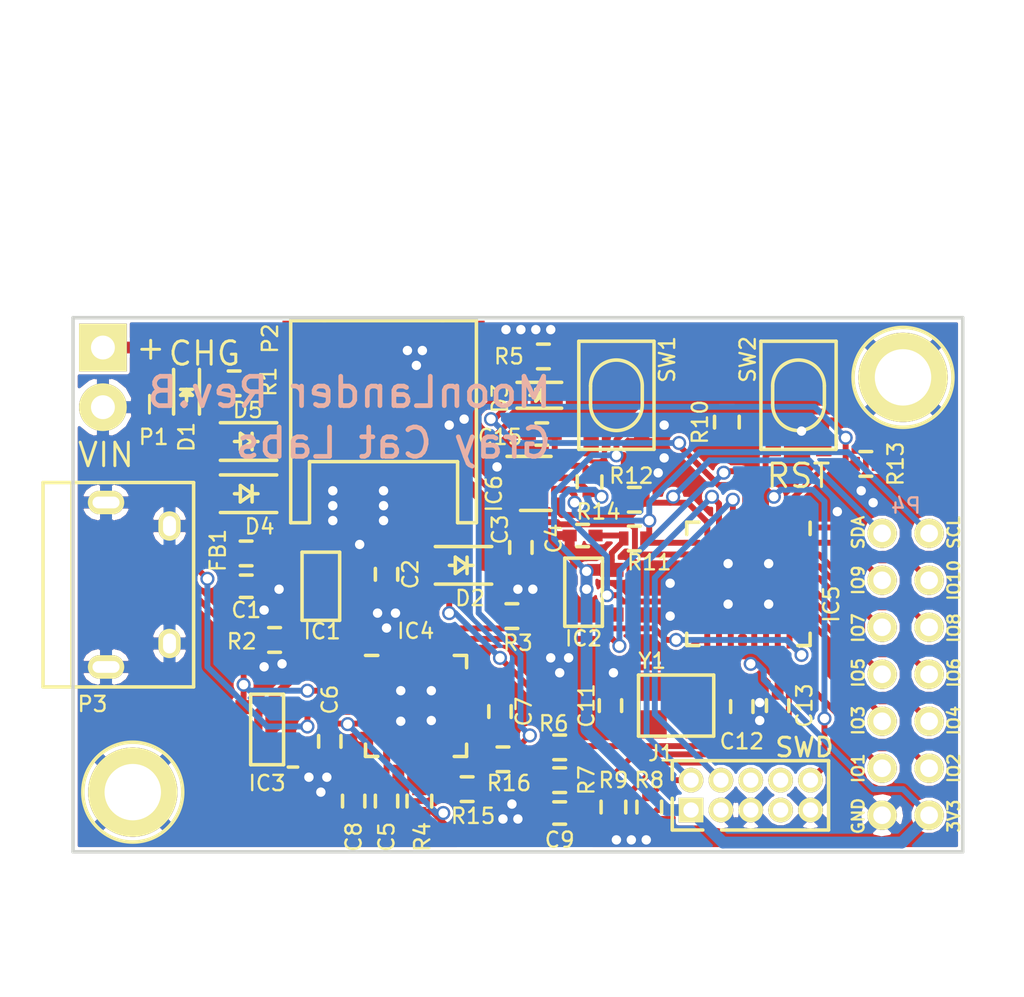
<source format=kicad_pcb>
(kicad_pcb (version 4) (host pcbnew 0.201602050916+6538~42~ubuntu15.10.1-product)
  (title_block (title MoonLander) (rev B) (company "Gray Cat Labs") (comment 1 "CC BY-SA"))
  (layers (0 F.Cu signal) (31 B.Cu signal) (35 F.Paste user) (36 B.SilkS user) (37 F.SilkS user) (38 B.Mask user) (39 F.Mask user) (44 Edge.Cuts user))
  (net 0 "")
  (net 1 5V_USB)
  (net 2 GND)
  (net 3 /CPU/V_BAT)
  (net 4 VCC)
  (net 5 /CPU/ISP_ENTRY)
  (net 6 /PowerSupply/V_EXT)
  (net 7 /CPU/I2C0_SDA)
  (net 8 /CPU/SWDIO)
  (net 9 /CPU/SWCLK)
  (net 10 /CPU/RESET)
  (net 11 /CPU/I2C0_SCL)
  (net 12 /CPU/ISP_TXD)
  (net 13 /CPU/ISP_RXD)
  (net 14 /CPU/PIO0_13/ADC_10)
  (net 15 /CPU/PIO0_6/ADC_1)
  (net 16 /CPU/PIO0_14/ADC_2)
  (net 17 /CPU/PIO0_23/ADC_3)
  (net 18 /CPU/PIO0_22/ADC_4)
  (net 19 /CPU/PIO0_21/ADC_5)
  (net 20 /CPU/PIO0_20/ADC_6)
  (net 21 /CPU/PIO0_19/ADC_7)
  (net 22 /CPU/PIO0_18/ADC_8)
  (net 23 /CPU/PIO0_17/ADC_9)
  (net 24 /USB-Serial/USB_D-)
  (net 25 /USB-Serial/USB_D+)
  (net 26 "Net-(D3-Pad1)")
  (net 27 "Net-(IC1-Pad5)")
  (net 28 "Net-(IC2-Pad3)")
  (net 29 "Net-(IC2-Pad4)")
  (net 30 "Net-(C12-Pad2)")
  (net 31 "Net-(FB1-Pad2)")
  (net 32 "Net-(IC4-Pad1)")
  (net 33 "Net-(IC4-Pad9)")
  (net 34 "Net-(IC4-Pad10)")
  (net 35 "Net-(IC4-Pad11)")
  (net 36 "Net-(IC4-Pad14)")
  (net 37 "Net-(IC4-Pad15)")
  (net 38 "Net-(IC4-Pad17)")
  (net 39 "Net-(IC4-Pad18)")
  (net 40 "Net-(IC4-Pad19)")
  (net 41 "Net-(IC4-Pad22)")
  (net 42 "Net-(IC4-Pad23)")
  (net 43 "Net-(IC4-Pad24)")
  (net 44 "Net-(J1-Pad7)")
  (net 45 "Net-(J1-Pad6)")
  (net 46 "Net-(J1-Pad8)")
  (net 47 "Net-(P3-Pad4)")
  (net 48 /CPU/LED)
  (net 49 "Net-(C7-Pad1)")
  (net 50 "Net-(C8-Pad2)")
  (net 51 "Net-(C9-Pad1)")
  (net 52 "Net-(C11-Pad2)")
  (net 53 "Net-(D1-Pad1)")
  (net 54 "Net-(IC1-Pad1)")
  (net 55 "Net-(IC5-Pad11)")
  (net 56 "Net-(IC5-Pad12)")
  (net 57 "Net-(IC5-Pad13)")
  (net 58 "Net-(IC5-Pad15)")
  (net 59 "Net-(IC5-Pad16)")
  (net 60 "Net-(C3-Pad1)")
  (net 61 /CPU/EEPROM_WP)
  (net 62 /CPU/ISP_RST)
  (net 63 "Net-(IC5-Pad2)")
  (net 64 /CPU/SW1)
  (module Pin_Headers:Pin_Header_Straight_2x05_Pitch1.27mm (layer F.Cu) (at 155.575 107.696 90)
    (fp_text reference J1 (at 2.413 -1.27 180) (layer F.SilkS) (effects (font (size 0.65 0.65) (thickness 0.1))))
    (fp_text value Cortex_JTAG/SWD_10)
    (pad 1 thru_hole rect (at 0 0 90) (size 1.05 1.05) (drill 0.65) (layers *.Cu *.Mask F.SilkS) (net 4 VCC))
    (pad 3 thru_hole circle (at 0 1.27 90) (size 1.05 1.05) (drill 0.65) (layers *.Cu *.Mask F.SilkS) (net 2 GND))
    (pad 5 thru_hole circle (at 0 2.54 90) (size 1.05 1.05) (drill 0.65) (layers *.Cu *.Mask F.SilkS) (net 2 GND))
    (pad 7 thru_hole circle (at 0 3.81 90) (size 1.05 1.05) (drill 0.65) (layers *.Cu *.Mask F.SilkS) (net 44 "Net-(J1-Pad7)"))
    (pad 9 thru_hole circle (at 0 5.08 90) (size 1.05 1.05) (drill 0.65) (layers *.Cu *.Mask F.SilkS) (net 2 GND))
    (pad 4 thru_hole circle (at 1.27 1.27 90) (size 1.05 1.05) (drill 0.65) (layers *.Cu *.Mask F.SilkS) (net 9 /CPU/SWCLK))
    (pad 6 thru_hole circle (at 1.27 2.54 90) (size 1.05 1.05) (drill 0.65) (layers *.Cu *.Mask F.SilkS) (net 45 "Net-(J1-Pad6)"))
    (pad 8 thru_hole circle (at 1.27 3.81 90) (size 1.05 1.05) (drill 0.65) (layers *.Cu *.Mask F.SilkS) (net 46 "Net-(J1-Pad8)"))
    (pad 10 thru_hole circle (at 1.27 5.08 90) (size 1.05 1.05) (drill 0.65) (layers *.Cu *.Mask F.SilkS) (net 10 /CPU/RESET))
    (pad 2 thru_hole circle (at 1.27 0 90) (size 1.05 1.05) (drill 0.65) (layers *.Cu *.Mask F.SilkS) (net 8 /CPU/SWDIO))
  )
  (module GrayCatLabs:STITCH_VIA (layer F.Cu) (at 154.432 91.313)
    (fp_text reference REF** hide)
    (fp_text value STITCH_VIA hide)
    (pad 1 thru_hole circle (at 0 0) (size 0.6 0.6) (drill 0.4) (layers *.Cu) (net 2 GND))
  )
  (module GrayCatLabs:STITCH_VIA (layer F.Cu) (at 160.274 91.567)
    (fp_text reference REF** hide)
    (fp_text value STITCH_VIA hide)
    (pad 1 thru_hole circle (at 0 0) (size 0.6 0.6) (drill 0.4) (layers *.Cu) (net 2 GND))
  )
  (module GrayCatLabs:STITCH_VIA (layer F.Cu) (at 154.686 99.441)
    (fp_text reference REF** hide)
    (fp_text value STITCH_VIA hide)
    (pad 1 thru_hole circle (at 0 0) (size 0.6 0.6) (drill 0.4) (layers *.Cu) (net 2 GND))
  )
  (module GrayCatLabs:STITCH_VIA (layer F.Cu) (at 147.955 107.442)
    (fp_text reference REF** hide)
    (fp_text value STITCH_VIA hide)
    (pad 1 thru_hole circle (at 0 0) (size 0.6 0.6) (drill 0.4) (layers *.Cu) (net 2 GND))
  )
  (module GrayCatLabs:STITCH_VIA (layer F.Cu) (at 145.288 91.313)
    (fp_text reference REF** hide)
    (fp_text value STITCH_VIA hide)
    (pad 1 thru_hole circle (at 0 0) (size 0.6 0.6) (drill 0.4) (layers *.Cu) (net 2 GND))
  )
  (module GrayCatLabs:STITCH_VIA (layer F.Cu) (at 147.32 93.091)
    (fp_text reference REF** hide)
    (fp_text value STITCH_VIA hide)
    (pad 1 thru_hole circle (at 0 0) (size 0.6 0.6) (drill 0.4) (layers *.Cu) (net 2 GND))
  )
  (module GrayCatLabs:STITCH_VIA (layer F.Cu) (at 145.923 91.059)
    (fp_text reference REF** hide)
    (fp_text value STITCH_VIA hide)
    (pad 1 thru_hole circle (at 0 0) (size 0.6 0.6) (drill 0.4) (layers *.Cu) (net 2 GND))
  )
  (module Capacitors_SMD:C_0402 (layer F.Cu) (at 150.961 96.012 180)
    (fp_text reference C4 (at 1.228 -0.127 270) (layer F.SilkS) (effects (font (size 0.65 0.65) (thickness 0.1))))
    (fp_text value 1uF)
    (pad 1 smd rect (at -0.55 0 180) (size 0.6 0.5) (layers F.Cu F.Paste F.Mask) (net 4 VCC))
    (pad 2 smd rect (at 0.55 0 180) (size 0.6 0.5) (layers F.Cu F.Paste F.Mask) (net 2 GND))
  )
  (module GrayCatLabs:STITCH_VIA (layer F.Cu) (at 158.496 103.886)
    (fp_text reference REF** hide)
    (fp_text value STITCH_VIA hide)
    (pad 1 thru_hole circle (at 0 0) (size 0.6 0.6) (drill 0.4) (layers *.Cu) (net 2 GND))
  )
  (module GrayCatLabs:STITCH_VIA (layer F.Cu) (at 158.496 103.124)
    (fp_text reference REF** hide)
    (fp_text value STITCH_VIA hide)
    (pad 1 thru_hole circle (at 0 0) (size 0.6 0.6) (drill 0.4) (layers *.Cu) (net 2 GND))
  )
  (module GrayCatLabs:STITCH_VIA (layer F.Cu) (at 152.273 101.854)
    (fp_text reference REF** hide)
    (fp_text value STITCH_VIA hide)
    (pad 1 thru_hole circle (at 0 0) (size 0.6 0.6) (drill 0.4) (layers *.Cu) (net 2 GND))
  )
  (module GrayCatLabs:STITCH_VIA (layer F.Cu) (at 138.176 101.473)
    (fp_text reference REF** hide)
    (fp_text value STITCH_VIA hide)
    (pad 1 thru_hole circle (at 0 0) (size 0.6 0.6) (drill 0.4) (layers *.Cu) (net 2 GND))
  )
  (module GrayCatLabs:STITCH_VIA (layer F.Cu) (at 137.414 101.6)
    (fp_text reference REF** hide)
    (fp_text value STITCH_VIA hide)
    (pad 1 thru_hole circle (at 0 0) (size 0.6 0.6) (drill 0.4) (layers *.Cu) (net 2 GND))
  )
  (module GrayCatLabs:STITCH_VIA (layer F.Cu) (at 138.049 98.298)
    (fp_text reference REF** hide)
    (fp_text value STITCH_VIA hide)
    (pad 1 thru_hole circle (at 0 0) (size 0.6 0.6) (drill 0.4) (layers *.Cu) (net 2 GND))
  )
  (module GrayCatLabs:STITCH_VIA (layer F.Cu) (at 137.414 99.187)
    (fp_text reference REF** hide)
    (fp_text value STITCH_VIA hide)
    (pad 1 thru_hole circle (at 0 0) (size 0.6 0.6) (drill 0.4) (layers *.Cu) (net 2 GND))
  )
  (module GrayCatLabs:STITCH_VIA (layer F.Cu) (at 142.621 99.949)
    (fp_text reference REF** hide)
    (fp_text value STITCH_VIA hide)
    (pad 1 thru_hole circle (at 0 0) (size 0.6 0.6) (drill 0.4) (layers *.Cu) (net 2 GND))
  )
  (module GrayCatLabs:STITCH_VIA (layer F.Cu) (at 143.002 99.314)
    (fp_text reference REF** hide)
    (fp_text value STITCH_VIA hide)
    (pad 1 thru_hole circle (at 0 0) (size 0.6 0.6) (drill 0.4) (layers *.Cu) (net 2 GND))
  )
  (module GrayCatLabs:STITCH_VIA (layer F.Cu) (at 142.24 99.314)
    (fp_text reference REF** hide)
    (fp_text value STITCH_VIA hide)
    (pad 1 thru_hole circle (at 0 0) (size 0.6 0.6) (drill 0.4) (layers *.Cu) (net 2 GND))
  )
  (module GrayCatLabs:STITCH_VIA (layer F.Cu) (at 143.891 88.773)
    (fp_text reference REF** hide)
    (fp_text value STITCH_VIA hide)
    (pad 1 thru_hole circle (at 0 0) (size 0.6 0.6) (drill 0.4) (layers *.Cu) (net 2 GND))
  )
  (module GrayCatLabs:STITCH_VIA (layer F.Cu) (at 143.51 88.138)
    (fp_text reference REF** hide)
    (fp_text value STITCH_VIA hide)
    (pad 1 thru_hole circle (at 0 0) (size 0.6 0.6) (drill 0.4) (layers *.Cu) (net 2 GND))
  )
  (module GrayCatLabs:STITCH_VIA (layer F.Cu) (at 144.145 88.138)
    (fp_text reference REF** hide)
    (fp_text value STITCH_VIA hide)
    (pad 1 thru_hole circle (at 0 0) (size 0.6 0.6) (drill 0.4) (layers *.Cu) (net 2 GND))
  )
  (module GrayCatLabs:STITCH_VIA (layer F.Cu) (at 162.814 94.107)
    (fp_text reference REF** hide)
    (fp_text value STITCH_VIA hide)
    (pad 1 thru_hole circle (at 0 0) (size 0.6 0.6) (drill 0.4) (layers *.Cu) (net 2 GND))
  )
  (module GrayCatLabs:STITCH_VIA (layer F.Cu) (at 163.322 94.615)
    (fp_text reference REF** hide)
    (fp_text value STITCH_VIA hide)
    (pad 1 thru_hole circle (at 0 0) (size 0.6 0.6) (drill 0.4) (layers *.Cu) (net 2 GND))
  )
  (module GrayCatLabs:STITCH_VIA (layer F.Cu) (at 161.798 94.996)
    (fp_text reference REF** hide)
    (fp_text value STITCH_VIA hide)
    (pad 1 thru_hole circle (at 0 0) (size 0.6 0.6) (drill 0.4) (layers *.Cu) (net 2 GND))
  )
  (module GrayCatLabs:STITCH_VIA (layer F.Cu) (at 154.178 93.345)
    (fp_text reference REF** hide)
    (fp_text value STITCH_VIA hide)
    (pad 1 thru_hole circle (at 0 0) (size 0.6 0.6) (drill 0.4) (layers *.Cu) (net 2 GND))
  )
  (module GrayCatLabs:STITCH_VIA (layer F.Cu) (at 154.432 92.71)
    (fp_text reference REF** hide)
    (fp_text value STITCH_VIA hide)
    (pad 1 thru_hole circle (at 0 0) (size 0.6 0.6) (drill 0.4) (layers *.Cu) (net 2 GND))
  )
  (module GrayCatLabs:STITCH_VIA (layer F.Cu) (at 142.494 95.377)
    (fp_text reference REF** hide)
    (fp_text value STITCH_VIA hide)
    (pad 1 thru_hole circle (at 0 0) (size 0.6 0.6) (drill 0.4) (layers *.Cu) (net 2 GND))
  )
  (module GrayCatLabs:STITCH_VIA (layer F.Cu) (at 142.494 94.742)
    (fp_text reference REF** hide)
    (fp_text value STITCH_VIA hide)
    (pad 1 thru_hole circle (at 0 0) (size 0.6 0.6) (drill 0.4) (layers *.Cu) (net 2 GND))
  )
  (module GrayCatLabs:STITCH_VIA (layer F.Cu) (at 142.494 94.107)
    (fp_text reference REF** hide)
    (fp_text value STITCH_VIA hide)
    (pad 1 thru_hole circle (at 0 0) (size 0.6 0.6) (drill 0.4) (layers *.Cu) (net 2 GND))
  )
  (module GrayCatLabs:STITCH_VIA (layer F.Cu) (at 141.478 96.393)
    (fp_text reference REF** hide)
    (fp_text value STITCH_VIA hide)
    (pad 1 thru_hole circle (at 0 0) (size 0.6 0.6) (drill 0.4) (layers *.Cu) (net 2 GND))
  )
  (module GrayCatLabs:STITCH_VIA (layer F.Cu) (at 140.335 95.377)
    (fp_text reference REF** hide)
    (fp_text value STITCH_VIA hide)
    (pad 1 thru_hole circle (at 0 0) (size 0.6 0.6) (drill 0.4) (layers *.Cu) (net 2 GND))
  )
  (module GrayCatLabs:STITCH_VIA (layer F.Cu) (at 140.335 94.742)
    (fp_text reference REF** hide)
    (fp_text value STITCH_VIA hide)
    (pad 1 thru_hole circle (at 0 0) (size 0.6 0.6) (drill 0.4) (layers *.Cu) (net 2 GND))
  )
  (module GrayCatLabs:STITCH_VIA (layer F.Cu) (at 140.335 94.107)
    (fp_text reference REF** hide)
    (fp_text value STITCH_VIA hide)
    (pad 1 thru_hole circle (at 0 0) (size 0.6 0.6) (drill 0.4) (layers *.Cu) (net 2 GND))
  )
  (module GrayCatLabs:STITCH_VIA (layer F.Cu) (at 148.209 108.077)
    (fp_text reference REF** hide)
    (fp_text value STITCH_VIA hide)
    (pad 1 thru_hole circle (at 0 0) (size 0.6 0.6) (drill 0.4) (layers *.Cu) (net 2 GND))
  )
  (module GrayCatLabs:STITCH_VIA (layer F.Cu) (at 147.574 108.077)
    (fp_text reference REF** hide)
    (fp_text value STITCH_VIA hide)
    (pad 1 thru_hole circle (at 0 0) (size 0.6 0.6) (drill 0.4) (layers *.Cu) (net 2 GND))
  )
  (module GrayCatLabs:STITCH_VIA (layer F.Cu) (at 153.67 108.966)
    (fp_text reference REF** hide)
    (fp_text value STITCH_VIA hide)
    (pad 1 thru_hole circle (at 0 0) (size 0.6 0.6) (drill 0.4) (layers *.Cu) (net 2 GND))
  )
  (module GrayCatLabs:STITCH_VIA (layer F.Cu) (at 153.035 108.966)
    (fp_text reference REF** hide)
    (fp_text value STITCH_VIA hide)
    (pad 1 thru_hole circle (at 0 0) (size 0.6 0.6) (drill 0.4) (layers *.Cu) (net 2 GND))
  )
  (module GrayCatLabs:STITCH_VIA (layer F.Cu) (at 152.4 108.966)
    (fp_text reference REF** hide)
    (fp_text value STITCH_VIA hide)
    (pad 1 thru_hole circle (at 0 0) (size 0.6 0.6) (drill 0.4) (layers *.Cu) (net 2 GND))
  )
  (module GrayCatLabs:STITCH_VIA (layer F.Cu) (at 149.606 87.249)
    (fp_text reference REF** hide)
    (fp_text value STITCH_VIA hide)
    (pad 1 thru_hole circle (at 0 0) (size 0.6 0.6) (drill 0.4) (layers *.Cu) (net 2 GND))
  )
  (module GrayCatLabs:STITCH_VIA (layer F.Cu) (at 148.971 87.249)
    (fp_text reference REF** hide)
    (fp_text value STITCH_VIA hide)
    (pad 1 thru_hole circle (at 0 0) (size 0.6 0.6) (drill 0.4) (layers *.Cu) (net 2 GND))
  )
  (module GrayCatLabs:STITCH_VIA (layer F.Cu) (at 148.336 87.249)
    (fp_text reference REF** hide)
    (fp_text value STITCH_VIA hide)
    (pad 1 thru_hole circle (at 0 0) (size 0.6 0.6) (drill 0.4) (layers *.Cu) (net 2 GND))
  )
  (module GrayCatLabs:STITCH_VIA (layer F.Cu) (at 147.701 87.249)
    (fp_text reference REF** hide)
    (fp_text value STITCH_VIA hide)
    (pad 1 thru_hole circle (at 0 0) (size 0.6 0.6) (drill 0.4) (layers *.Cu) (net 2 GND))
  )
  (module GrayCatLabs:STITCH_VIA (layer F.Cu) (at 139.827 106.934)
    (fp_text reference REF** hide)
    (fp_text value STITCH_VIA hide)
    (pad 1 thru_hole circle (at 0 0) (size 0.6 0.6) (drill 0.4) (layers *.Cu) (net 2 GND))
  )
  (module GrayCatLabs:STITCH_VIA (layer F.Cu) (at 140.081 106.299)
    (fp_text reference REF** hide)
    (fp_text value STITCH_VIA hide)
    (pad 1 thru_hole circle (at 0 0) (size 0.6 0.6) (drill 0.4) (layers *.Cu) (net 2 GND))
  )
  (module GrayCatLabs:STITCH_VIA (layer F.Cu) (at 139.319 106.299)
    (fp_text reference REF** hide)
    (fp_text value STITCH_VIA hide)
    (pad 1 thru_hole circle (at 0 0) (size 0.6 0.6) (drill 0.4) (layers *.Cu) (net 2 GND))
  )
  (module GrayCatLabs:STITCH_VIA (layer F.Cu) (at 143.226 103.916)
    (fp_text reference REF** hide)
    (fp_text value STITCH_VIA hide)
    (pad 1 thru_hole circle (at 0 0) (size 0.6 0.6) (drill 0.4) (layers *.Cu) (net 2 GND))
  )
  (module GrayCatLabs:STITCH_VIA (layer F.Cu) (at 144.526 103.886)
    (fp_text reference REF** hide)
    (fp_text value STITCH_VIA hide)
    (pad 1 thru_hole circle (at 0 0) (size 0.6 0.6) (drill 0.4) (layers *.Cu) (net 2 GND))
  )
  (module GrayCatLabs:STITCH_VIA (layer F.Cu) (at 144.526 102.616)
    (fp_text reference REF** hide)
    (fp_text value STITCH_VIA hide)
    (pad 1 thru_hole circle (at 0 0) (size 0.6 0.6) (drill 0.4) (layers *.Cu) (net 2 GND))
  )
  (module GrayCatLabs:STITCH_VIA (layer F.Cu) (at 143.226 102.616)
    (fp_text reference REF** hide)
    (fp_text value STITCH_VIA hide)
    (pad 1 thru_hole circle (at 0 0) (size 0.6 0.6) (drill 0.4) (layers *.Cu) (net 2 GND))
  )
  (module GrayCatLabs:STITCH_VIA (layer F.Cu) (at 149.606 101.219)
    (fp_text reference REF** hide)
    (fp_text value STITCH_VIA hide)
    (pad 1 thru_hole circle (at 0 0) (size 0.6 0.6) (drill 0.4) (layers *.Cu) (net 2 GND))
  )
  (module GrayCatLabs:STITCH_VIA (layer F.Cu) (at 150.368 101.219)
    (fp_text reference REF** hide)
    (fp_text value STITCH_VIA hide)
    (pad 1 thru_hole circle (at 0 0) (size 0.6 0.6) (drill 0.4) (layers *.Cu) (net 2 GND))
  )
  (module GrayCatLabs:STITCH_VIA (layer F.Cu) (at 149.987 101.854)
    (fp_text reference REF** hide)
    (fp_text value STITCH_VIA hide)
    (pad 1 thru_hole circle (at 0 0) (size 0.6 0.6) (drill 0.4) (layers *.Cu) (net 2 GND))
  )
  (module GrayCatLabs:STITCH_VIA (layer F.Cu) (at 154.686 98.044)
    (fp_text reference REF** hide)
    (fp_text value STITCH_VIA hide)
    (pad 1 thru_hole circle (at 0 0) (size 0.6 0.6) (drill 0.4) (layers *.Cu) (net 2 GND))
  )
  (module GrayCatLabs:STITCH_VIA (layer F.Cu) (at 157.152 98.933)
    (fp_text reference REF** hide)
    (fp_text value STITCH_VIA hide)
    (pad 1 thru_hole circle (at 0 0) (size 0.6 0.6) (drill 0.4) (layers *.Cu) (net 2 GND))
  )
  (module GrayCatLabs:STITCH_VIA (layer F.Cu) (at 158.877 98.933)
    (fp_text reference REF** hide)
    (fp_text value STITCH_VIA hide)
    (pad 1 thru_hole circle (at 0 0) (size 0.6 0.6) (drill 0.4) (layers *.Cu) (net 2 GND))
  )
  (module GrayCatLabs:STITCH_VIA (layer F.Cu) (at 158.877 97.208)
    (fp_text reference REF** hide)
    (fp_text value STITCH_VIA hide)
    (pad 1 thru_hole circle (at 0 0) (size 0.6 0.6) (drill 0.4) (layers *.Cu) (net 2 GND))
  )
  (module Housings_DFN_QFN:QFN-24-1EP_4x4mm_Pitch0.5mm (layer F.Cu) (at 143.876 103.266)
    (fp_text reference IC4 (at -0.015 -3.19) (layer F.SilkS) (effects (font (size 0.65 0.65) (thickness 0.1))))
    (fp_text value CP2110-GM)
    (pad 1 smd rect (at -1.95 -1.25) (size 0.85 0.3) (layers F.Cu F.Paste F.Mask) (net 32 "Net-(IC4-Pad1)"))
    (pad 2 smd rect (at -1.95 -0.75) (size 0.85 0.3) (layers F.Cu F.Paste F.Mask) (net 2 GND))
    (pad 3 smd rect (at -1.95 -0.25) (size 0.85 0.3) (layers F.Cu F.Paste F.Mask) (net 25 /USB-Serial/USB_D+))
    (pad 4 smd rect (at -1.95 0.25) (size 0.85 0.3) (layers F.Cu F.Paste F.Mask) (net 24 /USB-Serial/USB_D-))
    (pad 5 smd rect (at -1.95 0.75) (size 0.85 0.3) (layers F.Cu F.Paste F.Mask) (net 4 VCC))
    (pad 6 smd rect (at -1.95 1.25) (size 0.85 0.3) (layers F.Cu F.Paste F.Mask) (net 50 "Net-(C8-Pad2)"))
    (pad 7 smd rect (at -1.25 1.95 90) (size 0.85 0.3) (layers F.Cu F.Paste F.Mask) (net 1 5V_USB))
    (pad 8 smd rect (at -0.75 1.95 90) (size 0.85 0.3) (layers F.Cu F.Paste F.Mask) (net 1 5V_USB))
    (pad 9 smd rect (at -0.25 1.95 90) (size 0.85 0.3) (layers F.Cu F.Paste F.Mask) (net 33 "Net-(IC4-Pad9)"))
    (pad 10 smd rect (at 0.25 1.95 90) (size 0.85 0.3) (layers F.Cu F.Paste F.Mask) (net 34 "Net-(IC4-Pad10)"))
    (pad 11 smd rect (at 0.75 1.95 90) (size 0.85 0.3) (layers F.Cu F.Paste F.Mask) (net 35 "Net-(IC4-Pad11)"))
    (pad 12 smd rect (at 1.25 1.95 90) (size 0.85 0.3) (layers F.Cu F.Paste F.Mask) (net 62 /CPU/ISP_RST))
    (pad 13 smd rect (at 1.95 1.25) (size 0.85 0.3) (layers F.Cu F.Paste F.Mask) (net 5 /CPU/ISP_ENTRY))
    (pad 14 smd rect (at 1.95 0.75) (size 0.85 0.3) (layers F.Cu F.Paste F.Mask) (net 36 "Net-(IC4-Pad14)"))
    (pad 15 smd rect (at 1.95 0.25) (size 0.85 0.3) (layers F.Cu F.Paste F.Mask) (net 37 "Net-(IC4-Pad15)"))
    (pad 16 smd rect (at 1.95 -0.25) (size 0.85 0.3) (layers F.Cu F.Paste F.Mask) (net 49 "Net-(C7-Pad1)"))
    (pad 17 smd rect (at 1.95 -0.75) (size 0.85 0.3) (layers F.Cu F.Paste F.Mask) (net 38 "Net-(IC4-Pad17)"))
    (pad 18 smd rect (at 1.95 -1.25) (size 0.85 0.3) (layers F.Cu F.Paste F.Mask) (net 39 "Net-(IC4-Pad18)"))
    (pad 19 smd rect (at 1.25 -1.95 90) (size 0.85 0.3) (layers F.Cu F.Paste F.Mask) (net 40 "Net-(IC4-Pad19)"))
    (pad 20 smd rect (at 0.75 -1.95 90) (size 0.85 0.3) (layers F.Cu F.Paste F.Mask) (net 12 /CPU/ISP_TXD))
    (pad 21 smd rect (at 0.25 -1.95 90) (size 0.85 0.3) (layers F.Cu F.Paste F.Mask) (net 13 /CPU/ISP_RXD))
    (pad 22 smd rect (at -0.25 -1.95 90) (size 0.85 0.3) (layers F.Cu F.Paste F.Mask) (net 41 "Net-(IC4-Pad22)"))
    (pad 23 smd rect (at -0.75 -1.95 90) (size 0.85 0.3) (layers F.Cu F.Paste F.Mask) (net 42 "Net-(IC4-Pad23)"))
    (pad 24 smd rect (at -1.25 -1.95 90) (size 0.85 0.3) (layers F.Cu F.Paste F.Mask) (net 43 "Net-(IC4-Pad24)"))
    (pad 25 smd rect (at 0.65 0.65) (size 1.3 1.3) (layers F.Cu F.Paste F.Mask) (net 2 GND))
    (pad 25 smd rect (at 0.65 -0.65) (size 1.3 1.3) (layers F.Cu F.Paste F.Mask) (net 2 GND))
    (pad 25 smd rect (at -0.65 0.65) (size 1.3 1.3) (layers F.Cu F.Paste F.Mask) (net 2 GND))
    (pad 25 smd rect (at -0.65 -0.65) (size 1.3 1.3) (layers F.Cu F.Paste F.Mask) (net 2 GND))
  )
  (module Resistors_SMD:R_0402 (layer F.Cu) (at 151.257 93.726 270)
    (fp_text reference R14 (at 1.27 -0.381 360) (layer F.SilkS) (effects (font (size 0.65 0.65) (thickness 0.1))))
    (fp_text value 10k)
    (pad 1 smd rect (at -0.45 0 270) (size 0.4 0.6) (layers F.Cu F.Paste F.Mask) (net 4 VCC))
    (pad 2 smd rect (at 0.45 0 270) (size 0.4 0.6) (layers F.Cu F.Paste F.Mask) (net 61 /CPU/EEPROM_WP))
  )
  (module Resistors_SMD:R_0402 (layer F.Cu) (at 163.01 92.964)
    (fp_text reference R13 (at 1.27 0 90) (layer F.SilkS) (effects (font (size 0.65 0.65) (thickness 0.1))))
    (fp_text value 100k)
    (pad 1 smd rect (at -0.45 0) (size 0.4 0.6) (layers F.Cu F.Paste F.Mask) (net 63 "Net-(IC5-Pad2)"))
    (pad 2 smd rect (at 0.45 0) (size 0.4 0.6) (layers F.Cu F.Paste F.Mask) (net 4 VCC))
  )
  (module Capacitors_SMD:C_0402 (layer F.Cu) (at 149.225 91.694 180)
    (fp_text reference C15 (at 1.778 -0.127 180) (layer F.SilkS) (effects (font (size 0.65 0.65) (thickness 0.1))))
    (fp_text value 0.1uF)
    (pad 1 smd rect (at -0.55 0 180) (size 0.6 0.5) (layers F.Cu F.Paste F.Mask) (net 4 VCC))
    (pad 2 smd rect (at 0.55 0 180) (size 0.6 0.5) (layers F.Cu F.Paste F.Mask) (net 2 GND))
  )
  (module GrayCatLabs:SSOP5 (layer F.Cu) (at 139.827 98.171 90)
    (fp_text reference IC1 (at -1.922381 0.056 180) (layer F.SilkS) (effects (font (size 0.65 0.65) (thickness 0.1))))
    (fp_text value MCP73831/2)
    (pad 1 smd rect (at -0.95 1.2 90) (size 0.6 1) (layers F.Cu F.Paste F.Mask) (net 54 "Net-(IC1-Pad1)"))
    (pad 2 smd rect (at 0 1.2 90) (size 0.6 1) (layers F.Cu F.Paste F.Mask) (net 2 GND))
    (pad 3 smd rect (at 0.95 1.2 90) (size 0.6 1) (layers F.Cu F.Paste F.Mask) (net 3 /CPU/V_BAT))
    (pad 4 smd rect (at 0.95 -1.2 90) (size 0.6 1) (layers F.Cu F.Paste F.Mask) (net 1 5V_USB))
    (pad 5 smd rect (at -0.95 -1.2 90) (size 0.6 1) (layers F.Cu F.Paste F.Mask) (net 27 "Net-(IC1-Pad5)"))
  )
  (module Resistors_SMD:R_0402 (layer F.Cu) (at 136.6465 96.774 180)
    (fp_text reference FB1 (at 1.201 0.127 270) (layer F.SilkS) (effects (font (size 0.65 0.65) (thickness 0.1))))
    (fp_text value FERRITE)
    (pad 1 smd rect (at -0.45 0 180) (size 0.4 0.6) (layers F.Cu F.Paste F.Mask) (net 1 5V_USB))
    (pad 2 smd rect (at 0.45 0 180) (size 0.4 0.6) (layers F.Cu F.Paste F.Mask) (net 31 "Net-(FB1-Pad2)"))
  )
  (module GrayCatLabs:SOT143B (layer F.Cu) (at 137.541 104.267 90)
    (fp_text reference IC3 (at -2.286 0 180) (layer F.SilkS) (effects (font (size 0.65 0.65) (thickness 0.1))))
    (fp_text value PRTR5V0U2X)
    (pad 1 smd rect (at -0.75 1 90) (size 1 0.7) (layers F.Cu F.Paste F.Mask) (net 2 GND))
    (pad 2 smd rect (at 0.95 1 90) (size 0.6 0.7) (layers F.Cu F.Paste F.Mask) (net 24 /USB-Serial/USB_D-))
    (pad 3 smd rect (at 0.95 -1 90) (size 0.6 0.7) (layers F.Cu F.Paste F.Mask) (net 25 /USB-Serial/USB_D+))
    (pad 4 smd rect (at -0.95 -1 90) (size 0.6 0.7) (layers F.Cu F.Paste F.Mask) (net 1 5V_USB))
  )
  (module Socket_Strips:Socket_Strip_Straight_1x02 (layer F.Cu) (at 130.556 88.011 270)
    (fp_text reference P1 (at 3.81 -2.159 360) (layer F.SilkS) (effects (font (size 0.65 0.65) (thickness 0.1))))
    (fp_text value CONN_01X02)
    (pad 1 thru_hole rect (at 0 0 270) (size 2.032 2.032) (drill 1.016) (layers *.Cu *.Mask F.SilkS) (net 6 /PowerSupply/V_EXT))
    (pad 2 thru_hole oval (at 2.54 0 270) (size 2.032 2.032) (drill 1.016) (layers *.Cu *.Mask F.SilkS) (net 2 GND))
  )
  (module GrayCatLabs:JST-LIPO-SMT (layer F.Cu) (at 142.494 86.868 180)
    (fp_text reference P2 (at 4.826 -0.762 270) (layer F.SilkS) (effects (font (size 0.65 0.65) (thickness 0.1))))
    (fp_text value CONN_01X02)
    (pad 1 smd rect (at -1 -7.25 180) (size 1 3.5) (layers F.Cu F.Paste F.Mask) (net 3 /CPU/V_BAT))
    (pad 2 smd rect (at 1 -7.25 180) (size 1 3.5) (layers F.Cu F.Paste F.Mask) (net 2 GND))
    (pad ~ smd rect (at -3.45 -1.7 180) (size 1.7 3.4) (layers F.Cu F.Paste F.Mask))
    (pad ~ smd rect (at 3.45 -1.7 180) (size 1.7 3.4) (layers F.Cu F.Paste F.Mask))
  )
  (module Capacitors_SMD:C_0402 (layer F.Cu) (at 136.652 98.171 180)
    (fp_text reference C1 (at 0 -1.016 180) (layer F.SilkS) (effects (font (size 0.65 0.65) (thickness 0.1))))
    (fp_text value 1uF)
    (pad 1 smd rect (at -0.55 0 180) (size 0.6 0.5) (layers F.Cu F.Paste F.Mask) (net 1 5V_USB))
    (pad 2 smd rect (at 0.55 0 180) (size 0.6 0.5) (layers F.Cu F.Paste F.Mask) (net 2 GND))
  )
  (module Capacitors_SMD:C_0402 (layer F.Cu) (at 142.621 97.663 270)
    (fp_text reference C2 (at 0 -1.016 270) (layer F.SilkS) (effects (font (size 0.65 0.65) (thickness 0.1))))
    (fp_text value 1uF)
    (pad 1 smd rect (at -0.55 0 270) (size 0.6 0.5) (layers F.Cu F.Paste F.Mask) (net 3 /CPU/V_BAT))
    (pad 2 smd rect (at 0.55 0 270) (size 0.6 0.5) (layers F.Cu F.Paste F.Mask) (net 2 GND))
  )
  (module Capacitors_SMD:C_0402 (layer F.Cu) (at 148.336 96.52 90)
    (fp_text reference C3 (at 0.762 -0.889 90) (layer F.SilkS) (effects (font (size 0.65 0.65) (thickness 0.1))))
    (fp_text value 1uF)
    (pad 1 smd rect (at -0.55 0 90) (size 0.6 0.5) (layers F.Cu F.Paste F.Mask) (net 60 "Net-(C3-Pad1)"))
    (pad 2 smd rect (at 0.55 0 90) (size 0.6 0.5) (layers F.Cu F.Paste F.Mask) (net 2 GND))
  )
  (module Capacitors_SMD:C_0402 (layer F.Cu) (at 142.621 107.315 270)
    (fp_text reference C5 (at 1.524 0 270) (layer F.SilkS) (effects (font (size 0.65 0.65) (thickness 0.1))))
    (fp_text value 1uF)
    (pad 1 smd rect (at -0.55 0 270) (size 0.6 0.5) (layers F.Cu F.Paste F.Mask) (net 1 5V_USB))
    (pad 2 smd rect (at 0.55 0 270) (size 0.6 0.5) (layers F.Cu F.Paste F.Mask) (net 2 GND))
  )
  (module Capacitors_SMD:C_0402 (layer F.Cu) (at 140.208 104.775 270)
    (fp_text reference C6 (at -1.778 0 270) (layer F.SilkS) (effects (font (size 0.65 0.65) (thickness 0.1))))
    (fp_text value 0.1uF)
    (pad 1 smd rect (at -0.55 0 270) (size 0.6 0.5) (layers F.Cu F.Paste F.Mask) (net 4 VCC))
    (pad 2 smd rect (at 0.55 0 270) (size 0.6 0.5) (layers F.Cu F.Paste F.Mask) (net 2 GND))
  )
  (module Capacitors_SMD:C_0402 (layer F.Cu) (at 147.447 103.505 270)
    (fp_text reference C7 (at 0 -1.016 270) (layer F.SilkS) (effects (font (size 0.65 0.65) (thickness 0.1))))
    (fp_text value 4.7uF)
    (pad 1 smd rect (at -0.55 0 270) (size 0.6 0.5) (layers F.Cu F.Paste F.Mask) (net 49 "Net-(C7-Pad1)"))
    (pad 2 smd rect (at 0.55 0 270) (size 0.6 0.5) (layers F.Cu F.Paste F.Mask) (net 2 GND))
  )
  (module Capacitors_SMD:C_0402 (layer F.Cu) (at 141.224 107.315 90)
    (fp_text reference C8 (at -1.524 0 90) (layer F.SilkS) (effects (font (size 0.65 0.65) (thickness 0.1))))
    (fp_text value 1uF)
    (pad 1 smd rect (at -0.55 0 90) (size 0.6 0.5) (layers F.Cu F.Paste F.Mask) (net 2 GND))
    (pad 2 smd rect (at 0.55 0 90) (size 0.6 0.5) (layers F.Cu F.Paste F.Mask) (net 50 "Net-(C8-Pad2)"))
  )
  (module Capacitors_SMD:C_0402 (layer F.Cu) (at 149.987 107.823 180)
    (fp_text reference C9 (at 0 -1.143 360) (layer F.SilkS) (effects (font (size 0.65 0.65) (thickness 0.1))))
    (fp_text value 0.1uF)
    (pad 1 smd rect (at -0.55 0 180) (size 0.6 0.5) (layers F.Cu F.Paste F.Mask) (net 51 "Net-(C9-Pad1)"))
    (pad 2 smd rect (at 0.55 0 180) (size 0.6 0.5) (layers F.Cu F.Paste F.Mask) (net 2 GND))
  )
  (module Capacitors_SMD:C_0402 (layer F.Cu) (at 152.146 103.251 270)
    (fp_text reference C11 (at 0 1.016 270) (layer F.SilkS) (effects (font (size 0.65 0.65) (thickness 0.1))))
    (fp_text value 18pF)
    (pad 1 smd rect (at -0.55 0 270) (size 0.6 0.5) (layers F.Cu F.Paste F.Mask) (net 2 GND))
    (pad 2 smd rect (at 0.55 0 270) (size 0.6 0.5) (layers F.Cu F.Paste F.Mask) (net 52 "Net-(C11-Pad2)"))
  )
  (module Capacitors_SMD:C_0402 (layer F.Cu) (at 157.734 103.293 90)
    (fp_text reference C12 (at -1.482 0 180) (layer F.SilkS) (effects (font (size 0.65 0.65) (thickness 0.1))))
    (fp_text value 18pF)
    (pad 1 smd rect (at -0.55 0 90) (size 0.6 0.5) (layers F.Cu F.Paste F.Mask) (net 2 GND))
    (pad 2 smd rect (at 0.55 0 90) (size 0.6 0.5) (layers F.Cu F.Paste F.Mask) (net 30 "Net-(C12-Pad2)"))
  )
  (module Capacitors_SMD:C_0402 (layer F.Cu) (at 159.258 103.251 270)
    (fp_text reference C13 (at 0 -1.143 270) (layer F.SilkS) (effects (font (size 0.65 0.65) (thickness 0.1))))
    (fp_text value 0.1uF)
    (pad 1 smd rect (at -0.55 0 270) (size 0.6 0.5) (layers F.Cu F.Paste F.Mask) (net 4 VCC))
    (pad 2 smd rect (at 0.55 0 270) (size 0.6 0.5) (layers F.Cu F.Paste F.Mask) (net 2 GND))
  )
  (module LEDs:LED-0603 (layer F.Cu) (at 134.112 90.043 270)
    (fp_text reference D1 (at 1.778 0 270) (layer F.SilkS) (effects (font (size 0.65 0.65) (thickness 0.1))))
    (fp_text value LED)
    (pad 2 smd rect (at 0.7493 0 90) (size 0.79756 0.79756) (layers F.Cu F.Paste F.Mask) (net 1 5V_USB))
    (pad 1 smd rect (at -0.7493 0 90) (size 0.79756 0.79756) (layers F.Cu F.Paste F.Mask) (net 53 "Net-(D1-Pad1)"))
  )
  (module Diodes_SMD:SOD-323 (layer F.Cu) (at 145.796 97.282 180)
    (fp_text reference D2 (at -0.381 -1.397 180) (layer F.SilkS) (effects (font (size 0.65 0.65) (thickness 0.1))))
    (fp_text value D_Schottky)
    (pad 1 smd rect (at -1.055 0 180) (size 0.59 0.45) (layers F.Cu F.Paste F.Mask) (net 60 "Net-(C3-Pad1)"))
    (pad 2 smd rect (at 1.055 0 180) (size 0.59 0.45) (layers F.Cu F.Paste F.Mask) (net 3 /CPU/V_BAT))
  )
  (module LEDs:LED-0603 (layer F.Cu) (at 148.971 90.043 180)
    (fp_text reference D3 (at 1.524 -0.127 270) (layer F.SilkS) (effects (font (size 0.65 0.65) (thickness 0.1))))
    (fp_text value LED)
    (pad 2 smd rect (at 0.7493 0) (size 0.79756 0.79756) (layers F.Cu F.Paste F.Mask) (net 48 /CPU/LED))
    (pad 1 smd rect (at -0.7493 0) (size 0.79756 0.79756) (layers F.Cu F.Paste F.Mask) (net 26 "Net-(D3-Pad1)"))
  )
  (module GrayCatLabs:SSOP5 (layer F.Cu) (at 151.003 98.425 270)
    (fp_text reference IC2 (at 1.971 0 360) (layer F.SilkS) (effects (font (size 0.65 0.65) (thickness 0.1))))
    (fp_text value BU33SD5)
    (pad 1 smd rect (at -0.95 1.2 270) (size 0.6 1) (layers F.Cu F.Paste F.Mask) (net 60 "Net-(C3-Pad1)"))
    (pad 2 smd rect (at 0 1.2 270) (size 0.6 1) (layers F.Cu F.Paste F.Mask) (net 2 GND))
    (pad 3 smd rect (at 0.95 1.2 270) (size 0.6 1) (layers F.Cu F.Paste F.Mask) (net 28 "Net-(IC2-Pad3)"))
    (pad 4 smd rect (at 0.95 -1.2 270) (size 0.6 1) (layers F.Cu F.Paste F.Mask) (net 29 "Net-(IC2-Pad4)"))
    (pad 5 smd rect (at -0.95 -1.2 270) (size 0.6 1) (layers F.Cu F.Paste F.Mask) (net 4 VCC))
  )
  (module Housings_DFN_QFN:QFN-32-1EP_5x5mm_Pitch0.5mm (layer F.Cu) (at 158.0145 98.0705 270)
    (fp_text reference IC5 (at 0.8625 -3.5295 270) (layer F.SilkS) (effects (font (size 0.65 0.65) (thickness 0.1))))
    (fp_text value LPC824M201JHI33)
    (pad 1 smd rect (at -2.4 -1.75 270) (size 0.7 0.25) (layers F.Cu F.Paste F.Mask) (net 14 /CPU/PIO0_13/ADC_10))
    (pad 2 smd rect (at -2.4 -1.25 270) (size 0.7 0.25) (layers F.Cu F.Paste F.Mask) (net 63 "Net-(IC5-Pad2)"))
    (pad 3 smd rect (at -2.4 -0.75 270) (size 0.7 0.25) (layers F.Cu F.Paste F.Mask) (net 10 /CPU/RESET))
    (pad 4 smd rect (at -2.4 -0.25 270) (size 0.7 0.25) (layers F.Cu F.Paste F.Mask) (net 12 /CPU/ISP_TXD))
    (pad 5 smd rect (at -2.4 0.25 270) (size 0.7 0.25) (layers F.Cu F.Paste F.Mask) (net 48 /CPU/LED))
    (pad 6 smd rect (at -2.4 0.75 270) (size 0.7 0.25) (layers F.Cu F.Paste F.Mask) (net 9 /CPU/SWCLK))
    (pad 7 smd rect (at -2.4 1.25 270) (size 0.7 0.25) (layers F.Cu F.Paste F.Mask) (net 8 /CPU/SWDIO))
    (pad 8 smd rect (at -2.4 1.75 270) (size 0.7 0.25) (layers F.Cu F.Paste F.Mask) (net 7 /CPU/I2C0_SDA))
    (pad 9 smd rect (at -1.75 2.4) (size 0.7 0.25) (layers F.Cu F.Paste F.Mask) (net 11 /CPU/I2C0_SCL))
    (pad 10 smd rect (at -1.25 2.4) (size 0.7 0.25) (layers F.Cu F.Paste F.Mask) (net 64 /CPU/SW1))
    (pad 11 smd rect (at -0.75 2.4) (size 0.7 0.25) (layers F.Cu F.Paste F.Mask) (net 55 "Net-(IC5-Pad11)"))
    (pad 12 smd rect (at -0.25 2.4) (size 0.7 0.25) (layers F.Cu F.Paste F.Mask) (net 56 "Net-(IC5-Pad12)"))
    (pad 13 smd rect (at 0.25 2.4) (size 0.7 0.25) (layers F.Cu F.Paste F.Mask) (net 57 "Net-(IC5-Pad13)"))
    (pad 14 smd rect (at 0.75 2.4) (size 0.7 0.25) (layers F.Cu F.Paste F.Mask) (net 61 /CPU/EEPROM_WP))
    (pad 15 smd rect (at 1.25 2.4) (size 0.7 0.25) (layers F.Cu F.Paste F.Mask) (net 58 "Net-(IC5-Pad15)"))
    (pad 16 smd rect (at 1.75 2.4) (size 0.7 0.25) (layers F.Cu F.Paste F.Mask) (net 59 "Net-(IC5-Pad16)"))
    (pad 17 smd rect (at 2.4 1.75 270) (size 0.7 0.25) (layers F.Cu F.Paste F.Mask) (net 52 "Net-(C11-Pad2)"))
    (pad 18 smd rect (at 2.4 1.25 270) (size 0.7 0.25) (layers F.Cu F.Paste F.Mask) (net 30 "Net-(C12-Pad2)"))
    (pad 19 smd rect (at 2.4 0.75 270) (size 0.7 0.25) (layers F.Cu F.Paste F.Mask) (net 4 VCC))
    (pad 20 smd rect (at 2.4 0.25 270) (size 0.7 0.25) (layers F.Cu F.Paste F.Mask) (net 2 GND))
    (pad 21 smd rect (at 2.4 -0.25 270) (size 0.7 0.25) (layers F.Cu F.Paste F.Mask) (net 4 VCC))
    (pad 22 smd rect (at 2.4 -0.75 270) (size 0.7 0.25) (layers F.Cu F.Paste F.Mask) (net 51 "Net-(C9-Pad1)"))
    (pad 23 smd rect (at 2.4 -1.25 270) (size 0.7 0.25) (layers F.Cu F.Paste F.Mask) (net 15 /CPU/PIO0_6/ADC_1))
    (pad 24 smd rect (at 2.4 -1.75 270) (size 0.7 0.25) (layers F.Cu F.Paste F.Mask) (net 13 /CPU/ISP_RXD))
    (pad 25 smd rect (at 1.75 -2.4) (size 0.7 0.25) (layers F.Cu F.Paste F.Mask) (net 16 /CPU/PIO0_14/ADC_2))
    (pad 26 smd rect (at 1.25 -2.4) (size 0.7 0.25) (layers F.Cu F.Paste F.Mask) (net 17 /CPU/PIO0_23/ADC_3))
    (pad 27 smd rect (at 0.75 -2.4) (size 0.7 0.25) (layers F.Cu F.Paste F.Mask) (net 18 /CPU/PIO0_22/ADC_4))
    (pad 28 smd rect (at 0.25 -2.4) (size 0.7 0.25) (layers F.Cu F.Paste F.Mask) (net 19 /CPU/PIO0_21/ADC_5))
    (pad 29 smd rect (at -0.25 -2.4) (size 0.7 0.25) (layers F.Cu F.Paste F.Mask) (net 20 /CPU/PIO0_20/ADC_6))
    (pad 30 smd rect (at -0.75 -2.4) (size 0.7 0.25) (layers F.Cu F.Paste F.Mask) (net 21 /CPU/PIO0_19/ADC_7))
    (pad 31 smd rect (at -1.25 -2.4) (size 0.7 0.25) (layers F.Cu F.Paste F.Mask) (net 22 /CPU/PIO0_18/ADC_8))
    (pad 32 smd rect (at -1.75 -2.4) (size 0.7 0.25) (layers F.Cu F.Paste F.Mask) (net 23 /CPU/PIO0_17/ADC_9))
    (pad 33 smd rect (at 0.8625 0.8625 270) (size 1.725 1.725) (layers F.Cu F.Paste F.Mask) (net 2 GND))
    (pad 33 smd rect (at 0.8625 -0.8625 270) (size 1.725 1.725) (layers F.Cu F.Paste F.Mask) (net 2 GND))
    (pad 33 smd rect (at -0.8625 0.8625 270) (size 1.725 1.725) (layers F.Cu F.Paste F.Mask) (net 2 GND))
    (pad 33 smd rect (at -0.8625 -0.8625 270) (size 1.725 1.725) (layers F.Cu F.Paste F.Mask) (net 2 GND))
  )
  (module Resistors_SMD:R_0402 (layer F.Cu) (at 136.1385 89.535 180)
    (fp_text reference R1 (at -1.4605 0.0635 270) (layer F.SilkS) (effects (font (size 0.65 0.65) (thickness 0.1))))
    (fp_text value 1k)
    (pad 1 smd rect (at -0.45 0 180) (size 0.4 0.6) (layers F.Cu F.Paste F.Mask) (net 54 "Net-(IC1-Pad1)"))
    (pad 2 smd rect (at 0.45 0 180) (size 0.4 0.6) (layers F.Cu F.Paste F.Mask) (net 53 "Net-(D1-Pad1)"))
  )
  (module Resistors_SMD:R_0402 (layer F.Cu) (at 137.8585 100.457)
    (fp_text reference R2 (at -1.397 0.0635) (layer F.SilkS) (effects (font (size 0.65 0.65) (thickness 0.1))))
    (fp_text value 10k)
    (pad 1 smd rect (at -0.45 0) (size 0.4 0.6) (layers F.Cu F.Paste F.Mask) (net 2 GND))
    (pad 2 smd rect (at 0.45 0) (size 0.4 0.6) (layers F.Cu F.Paste F.Mask) (net 27 "Net-(IC1-Pad5)"))
  )
  (module Resistors_SMD:R_0402 (layer F.Cu) (at 147.955 99.441 180)
    (fp_text reference R3 (at -0.254 -1.143 180) (layer F.SilkS) (effects (font (size 0.65 0.65) (thickness 0.1))))
    (fp_text value 100k)
    (pad 1 smd rect (at -0.45 0 180) (size 0.4 0.6) (layers F.Cu F.Paste F.Mask) (net 28 "Net-(IC2-Pad3)"))
    (pad 2 smd rect (at 0.45 0 180) (size 0.4 0.6) (layers F.Cu F.Paste F.Mask) (net 60 "Net-(C3-Pad1)"))
  )
  (module Resistors_SMD:R_0402 (layer F.Cu) (at 144.018 107.315 90)
    (fp_text reference R4 (at -1.524 0.127 90) (layer F.SilkS) (effects (font (size 0.65 0.65) (thickness 0.1))))
    (fp_text value 10k)
    (pad 1 smd rect (at -0.45 0 90) (size 0.4 0.6) (layers F.Cu F.Paste F.Mask) (net 4 VCC))
    (pad 2 smd rect (at 0.45 0 90) (size 0.4 0.6) (layers F.Cu F.Paste F.Mask) (net 33 "Net-(IC4-Pad9)"))
  )
  (module Resistors_SMD:R_0402 (layer F.Cu) (at 149.294 88.392 180)
    (fp_text reference R5 (at 1.466 0 180) (layer F.SilkS) (effects (font (size 0.65 0.65) (thickness 0.1))))
    (fp_text value 470)
    (pad 1 smd rect (at -0.45 0 180) (size 0.4 0.6) (layers F.Cu F.Paste F.Mask) (net 26 "Net-(D3-Pad1)"))
    (pad 2 smd rect (at 0.45 0 180) (size 0.4 0.6) (layers F.Cu F.Paste F.Mask) (net 2 GND))
  )
  (module Resistors_SMD:R_0402 (layer F.Cu) (at 149.987 105.029)
    (fp_text reference R6 (at -0.254 -1.016 180) (layer F.SilkS) (effects (font (size 0.65 0.65) (thickness 0.1))))
    (fp_text value 100k)
    (pad 1 smd rect (at -0.45 0) (size 0.4 0.6) (layers F.Cu F.Paste F.Mask) (net 3 /CPU/V_BAT))
    (pad 2 smd rect (at 0.45 0) (size 0.4 0.6) (layers F.Cu F.Paste F.Mask) (net 51 "Net-(C9-Pad1)"))
  )
  (module Resistors_SMD:R_0402 (layer F.Cu) (at 149.987 106.426 180)
    (fp_text reference R7 (at -1.143 0 450) (layer F.SilkS) (effects (font (size 0.65 0.65) (thickness 0.1))))
    (fp_text value 100k)
    (pad 1 smd rect (at -0.45 0 180) (size 0.4 0.6) (layers F.Cu F.Paste F.Mask) (net 51 "Net-(C9-Pad1)"))
    (pad 2 smd rect (at 0.45 0 180) (size 0.4 0.6) (layers F.Cu F.Paste F.Mask) (net 2 GND))
  )
  (module Resistors_SMD:R_0402 (layer F.Cu) (at 153.797 107.569 90)
    (fp_text reference R8 (at 1.143 0 180) (layer F.SilkS) (effects (font (size 0.65 0.65) (thickness 0.1))))
    (fp_text value 10k)
    (pad 1 smd rect (at -0.45 0 90) (size 0.4 0.6) (layers F.Cu F.Paste F.Mask) (net 4 VCC))
    (pad 2 smd rect (at 0.45 0 90) (size 0.4 0.6) (layers F.Cu F.Paste F.Mask) (net 8 /CPU/SWDIO))
  )
  (module Resistors_SMD:R_0402 (layer F.Cu) (at 152.273 107.569 90)
    (fp_text reference R9 (at 1.143 0 180) (layer F.SilkS) (effects (font (size 0.65 0.65) (thickness 0.1))))
    (fp_text value 10k)
    (pad 1 smd rect (at -0.45 0 90) (size 0.4 0.6) (layers F.Cu F.Paste F.Mask) (net 4 VCC))
    (pad 2 smd rect (at 0.45 0 90) (size 0.4 0.6) (layers F.Cu F.Paste F.Mask) (net 9 /CPU/SWCLK))
  )
  (module Resistors_SMD:R_0402 (layer F.Cu) (at 157.099 91.186 270)
    (fp_text reference R10 (at 0 1.143 270) (layer F.SilkS) (effects (font (size 0.65 0.65) (thickness 0.1))))
    (fp_text value 10k)
    (pad 1 smd rect (at -0.45 0 270) (size 0.4 0.6) (layers F.Cu F.Paste F.Mask) (net 4 VCC))
    (pad 2 smd rect (at 0.45 0 270) (size 0.4 0.6) (layers F.Cu F.Paste F.Mask) (net 10 /CPU/RESET))
  )
  (module Resistors_SMD:R_0402 (layer F.Cu) (at 153.162 96.139)
    (fp_text reference R11 (at 0.635 1.016 180) (layer F.SilkS) (effects (font (size 0.65 0.65) (thickness 0.1))))
    (fp_text value 10k)
    (pad 1 smd rect (at -0.45 0) (size 0.4 0.6) (layers F.Cu F.Paste F.Mask) (net 4 VCC))
    (pad 2 smd rect (at 0.45 0) (size 0.4 0.6) (layers F.Cu F.Paste F.Mask) (net 11 /CPU/I2C0_SCL))
  )
  (module Resistors_SMD:R_0402 (layer F.Cu) (at 153.162 94.488)
    (fp_text reference R12 (at -0.127 -1.016) (layer F.SilkS) (effects (font (size 0.65 0.65) (thickness 0.1))))
    (fp_text value 10k)
    (pad 1 smd rect (at -0.45 0) (size 0.4 0.6) (layers F.Cu F.Paste F.Mask) (net 4 VCC))
    (pad 2 smd rect (at 0.45 0) (size 0.4 0.6) (layers F.Cu F.Paste F.Mask) (net 7 /CPU/I2C0_SDA))
  )
  (module Crystals:crystal_FA238-TSX3225 (layer F.Cu) (at 154.94 103.251)
    (fp_text reference Y1 (at -1.016 -1.905) (layer F.SilkS) (effects (font (size 0.65 0.65) (thickness 0.1))))
    (fp_text value Crystal)
    (pad 1 smd rect (at -1.1 0.8) (size 1.4 1.2) (layers F.Cu F.Paste F.Mask) (net 52 "Net-(C11-Pad2)"))
    (pad 3 smd rect (at 1.1 0.8) (size 1.4 1.2) (layers F.Cu F.Paste F.Mask))
    (pad 3 smd rect (at -1.1 -0.8) (size 1.4 1.2) (layers F.Cu F.Paste F.Mask))
    (pad 2 smd rect (at 1.1 -0.8) (size 1.4 1.2) (layers F.Cu F.Paste F.Mask) (net 30 "Net-(C12-Pad2)"))
  )
  (module GrayCatLabs:MH-M2 (layer F.Cu) (at 131.826 106.934)
    (fp_text reference MH1 hide)
    (fp_text value MountingHole)
    (pad 1 thru_hole circle (at 0 0) (size 3.8 3.8) (drill 2.4) (layers *.Cu *.Mask F.SilkS) (net 2 GND))
  )
  (module GrayCatLabs:MH-M2 (layer F.Cu) (at 164.592 89.281)
    (fp_text reference MH2 hide)
    (fp_text value MountingHole)
    (pad 1 thru_hole circle (at 0 0) (size 3.8 3.8) (drill 2.4) (layers *.Cu *.Mask F.SilkS) (net 2 GND))
  )
  (module GrayCatLabs:PTS810 (layer F.Cu) (at 152.4 90.043)
    (fp_text reference SW1 (at 2.159 -1.524 90) (layer F.SilkS) (effects (font (size 0.65 0.65) (thickness 0.1))))
    (fp_text value SW_PUSH)
    (pad 1 smd rect (at -1.075 2.075 90) (size 1.05 0.65) (layers F.Cu F.Paste F.Mask) (net 64 /CPU/SW1))
    (pad 3 smd rect (at -1.075 -2.075 90) (size 1.05 0.65) (layers F.Cu F.Paste F.Mask))
    (pad 2 smd rect (at 1.075 2.075 90) (size 1.05 0.65) (layers F.Cu F.Paste F.Mask) (net 2 GND))
    (pad 2 smd rect (at 1.075 -2.075 90) (size 1.05 0.65) (layers F.Cu F.Paste F.Mask) (net 2 GND))
  )
  (module GrayCatLabs:PTS810 (layer F.Cu) (at 160.147 90.043)
    (fp_text reference SW2 (at -2.159 -1.524 270) (layer F.SilkS) (effects (font (size 0.65 0.65) (thickness 0.1))))
    (fp_text value SW_PUSH)
    (pad 1 smd rect (at -1.075 2.075 90) (size 1.05 0.65) (layers F.Cu F.Paste F.Mask) (net 10 /CPU/RESET))
    (pad 3 smd rect (at -1.075 -2.075 90) (size 1.05 0.65) (layers F.Cu F.Paste F.Mask))
    (pad 2 smd rect (at 1.075 2.075 90) (size 1.05 0.65) (layers F.Cu F.Paste F.Mask) (net 2 GND))
    (pad 2 smd rect (at 1.075 -2.075 90) (size 1.05 0.65) (layers F.Cu F.Paste F.Mask) (net 2 GND))
  )
  (module Diodes_SMD:SOD-323 (layer F.Cu) (at 136.652 94.234 180)
    (fp_text reference D4 (at -0.5715 -1.397 180) (layer F.SilkS) (effects (font (size 0.65 0.65) (thickness 0.1))))
    (fp_text value D_Schottky)
    (pad 1 smd rect (at -1.055 0 180) (size 0.59 0.45) (layers F.Cu F.Paste F.Mask) (net 60 "Net-(C3-Pad1)"))
    (pad 2 smd rect (at 1.055 0 180) (size 0.59 0.45) (layers F.Cu F.Paste F.Mask) (net 1 5V_USB))
  )
  (module Diodes_SMD:SOD-323 (layer F.Cu) (at 136.652 92.0115 180)
    (fp_text reference D5 (at -0.0635 1.3335 180) (layer F.SilkS) (effects (font (size 0.65 0.65) (thickness 0.1))))
    (fp_text value D_Schottky)
    (pad 1 smd rect (at -1.055 0 180) (size 0.59 0.45) (layers F.Cu F.Paste F.Mask) (net 60 "Net-(C3-Pad1)"))
    (pad 2 smd rect (at 1.055 0 180) (size 0.59 0.45) (layers F.Cu F.Paste F.Mask) (net 6 /PowerSupply/V_EXT))
  )
  (module Connect:USB_Micro-B (layer F.Cu) (at 131.826 98.1075 270)
    (fp_text reference P3 (at 5.08 1.7145 360) (layer F.SilkS) (effects (font (size 0.65 0.65) (thickness 0.1))))
    (fp_text value USB_OTG)
    (pad 1 smd rect (at -1.3009 -1.56254) (size 1.35 0.4) (layers F.Cu F.Paste F.Mask) (net 31 "Net-(FB1-Pad2)"))
    (pad 2 smd rect (at -0.6509 -1.56254) (size 1.35 0.4) (layers F.Cu F.Paste F.Mask) (net 24 /USB-Serial/USB_D-))
    (pad 3 smd rect (at -0.0009 -1.56254) (size 1.35 0.4) (layers F.Cu F.Paste F.Mask) (net 25 /USB-Serial/USB_D+))
    (pad 4 smd rect (at 0.6491 -1.56254) (size 1.35 0.4) (layers F.Cu F.Paste F.Mask) (net 47 "Net-(P3-Pad4)"))
    (pad 5 smd rect (at 1.2991 -1.56254) (size 1.35 0.4) (layers F.Cu F.Paste F.Mask) (net 2 GND))
    (pad 6 thru_hole oval (at -2.5009 -1.56254) (size 0.95 1.25) (drill oval 0.55 0.85) (layers *.Cu *.Mask F.SilkS) (net 2 GND))
    (pad 6 thru_hole oval (at 2.4991 -1.56254) (size 0.95 1.25) (drill oval 0.55 0.85) (layers *.Cu *.Mask F.SilkS) (net 2 GND))
    (pad 6 thru_hole oval (at -3.5009 1.13746) (size 1.55 1) (drill oval 1.15 0.5) (layers *.Cu *.Mask F.SilkS) (net 2 GND))
    (pad 6 thru_hole oval (at 3.4991 1.13746) (size 1.55 1) (drill oval 1.15 0.5) (layers *.Cu *.Mask F.SilkS) (net 2 GND))
  )
  (module Housings_DFN_QFN:DFN-8-1EP_2x2mm_Pitch0.5mm (layer F.Cu) (at 148.971 93.794)
    (fp_text reference IC6 (at -1.778 0.44 90) (layer F.SilkS) (effects (font (size 0.65 0.65) (thickness 0.1))))
    (fp_text value 24LCxx)
    (pad 1 smd rect (at -0.9 -0.75) (size 0.5 0.3) (layers F.Cu F.Paste F.Mask) (net 2 GND))
    (pad 2 smd rect (at -0.9 -0.25) (size 0.5 0.3) (layers F.Cu F.Paste F.Mask) (net 2 GND))
    (pad 3 smd rect (at -0.9 0.25) (size 0.5 0.3) (layers F.Cu F.Paste F.Mask) (net 2 GND))
    (pad 4 smd rect (at -0.9 0.75) (size 0.5 0.3) (layers F.Cu F.Paste F.Mask) (net 2 GND))
    (pad 5 smd rect (at 0.9 0.75) (size 0.5 0.3) (layers F.Cu F.Paste F.Mask) (net 7 /CPU/I2C0_SDA))
    (pad 6 smd rect (at 0.9 0.25) (size 0.5 0.3) (layers F.Cu F.Paste F.Mask) (net 11 /CPU/I2C0_SCL))
    (pad 7 smd rect (at 0.9 -0.25) (size 0.5 0.3) (layers F.Cu F.Paste F.Mask) (net 61 /CPU/EEPROM_WP))
    (pad 8 smd rect (at 0.9 -0.75) (size 0.5 0.3) (layers F.Cu F.Paste F.Mask) (net 4 VCC))
    (pad 9 smd rect (at 0 0.44) (size 1.06 0.88) (layers F.Cu F.Paste F.Mask))
    (pad 9 smd rect (at 0 -0.44) (size 1.06 0.88) (layers F.Cu F.Paste F.Mask))
  )
  (module GrayCatLabs:STITCH_VIA (layer F.Cu) (at 157.152 97.208)
    (fp_text reference REF** hide)
    (fp_text value STITCH_VIA hide)
    (pad 1 thru_hole circle (at 0 0) (size 0.6 0.6) (drill 0.4) (layers *.Cu) (net 2 GND))
  )
  (module GrayCatLabs:Header_2mm_2x7 (layer F.Cu) (at 165.703 107.918 90)
    (fp_text reference P4 (at 13.176 -0.984 360) (layer B.SilkS) (effects (font (size 0.65 0.65) (thickness 0.1)) (justify mirror)))
    (fp_text value CONN_02X07)
    (pad 1 thru_hole circle (at 0 0 90) (size 1.25 1.25) (drill 0.75) (layers *.Cu *.Mask F.SilkS) (net 4 VCC))
    (pad 2 thru_hole circle (at 0 -2 90) (size 1.25 1.25) (drill 0.75) (layers *.Cu *.Mask F.SilkS) (net 2 GND))
    (pad 3 thru_hole circle (at 2 0 90) (size 1.25 1.25) (drill 0.75) (layers *.Cu *.Mask F.SilkS) (net 16 /CPU/PIO0_14/ADC_2))
    (pad 4 thru_hole circle (at 2 -2 90) (size 1.25 1.25) (drill 0.75) (layers *.Cu *.Mask F.SilkS) (net 15 /CPU/PIO0_6/ADC_1))
    (pad 5 thru_hole circle (at 4 0 90) (size 1.25 1.25) (drill 0.75) (layers *.Cu *.Mask F.SilkS) (net 18 /CPU/PIO0_22/ADC_4))
    (pad 6 thru_hole circle (at 4 -2 90) (size 1.25 1.25) (drill 0.75) (layers *.Cu *.Mask F.SilkS) (net 17 /CPU/PIO0_23/ADC_3))
    (pad 7 thru_hole circle (at 6 0 90) (size 1.25 1.25) (drill 0.75) (layers *.Cu *.Mask F.SilkS) (net 20 /CPU/PIO0_20/ADC_6))
    (pad 8 thru_hole circle (at 6 -2 90) (size 1.25 1.25) (drill 0.75) (layers *.Cu *.Mask F.SilkS) (net 19 /CPU/PIO0_21/ADC_5))
    (pad 9 thru_hole circle (at 8 0 90) (size 1.25 1.25) (drill 0.75) (layers *.Cu *.Mask F.SilkS) (net 22 /CPU/PIO0_18/ADC_8))
    (pad 10 thru_hole circle (at 8 -2 90) (size 1.25 1.25) (drill 0.75) (layers *.Cu *.Mask F.SilkS) (net 21 /CPU/PIO0_19/ADC_7))
    (pad 11 thru_hole circle (at 10 0 90) (size 1.25 1.25) (drill 0.75) (layers *.Cu *.Mask F.SilkS) (net 14 /CPU/PIO0_13/ADC_10))
    (pad 12 thru_hole circle (at 10 -2 90) (size 1.25 1.25) (drill 0.75) (layers *.Cu *.Mask F.SilkS) (net 23 /CPU/PIO0_17/ADC_9))
    (pad 13 thru_hole circle (at 12 0 90) (size 1.25 1.25) (drill 0.75) (layers *.Cu *.Mask F.SilkS) (net 11 /CPU/I2C0_SCL))
    (pad 14 thru_hole circle (at 12 -2 90) (size 1.25 1.25) (drill 0.75) (layers *.Cu *.Mask F.SilkS) (net 7 /CPU/I2C0_SDA))
  )
  (module Resistors_SMD:R_0402 (layer F.Cu) (at 146.05 106.807 180)
    (fp_text reference R15 (at -0.254 -1.143 180) (layer F.SilkS) (effects (font (size 0.65 0.65) (thickness 0.1))))
    (fp_text value 100)
    (pad 1 smd rect (at -0.45 0 180) (size 0.4 0.6) (layers F.Cu F.Paste F.Mask) (net 10 /CPU/RESET))
    (pad 2 smd rect (at 0.45 0 180) (size 0.4 0.6) (layers F.Cu F.Paste F.Mask) (net 62 /CPU/ISP_RST))
  )
  (module Resistors_SMD:R_0402 (layer F.Cu) (at 147.574 105.537)
    (fp_text reference R16 (at 0.254 1.016) (layer F.SilkS) (effects (font (size 0.65 0.65) (thickness 0.1))))
    (fp_text value 100)
    (pad 1 smd rect (at -0.45 0) (size 0.4 0.6) (layers F.Cu F.Paste F.Mask) (net 5 /CPU/ISP_ENTRY))
    (pad 2 smd rect (at 0.45 0) (size 0.4 0.6) (layers F.Cu F.Paste F.Mask) (net 63 "Net-(IC5-Pad2)"))
  )
  (gr_text "Gray Cat Labs" (at 149.733 92.075) (layer B.SilkS) (effects (font (size 1.25 1.25) (thickness 0.2)) (justify left mirror)))
  (gr_text "MoonLander Rev.B" (at 149.733 89.916) (layer B.SilkS) (effects (font (size 1.25 1.25) (thickness 0.2)) (justify left mirror)))
  (gr_text SCL (at 166.751 95.885 90) (layer F.SilkS) (effects (font (size 0.5 0.5) (thickness 0.1))))
  (gr_text SDA (at 162.687 95.885 90) (layer F.SilkS) (effects (font (size 0.5 0.5) (thickness 0.1))))
  (gr_text IO10 (at 166.751 97.917 90) (layer F.SilkS) (effects (font (size 0.5 0.5) (thickness 0.1))))
  (gr_text IO9 (at 162.687 97.917 90) (layer F.SilkS) (effects (font (size 0.5 0.5) (thickness 0.1))))
  (gr_text IO7 (at 162.687 99.949 90) (layer F.SilkS) (effects (font (size 0.5 0.5) (thickness 0.1))))
  (gr_text IO8 (at 166.751 99.949 90) (layer F.SilkS) (effects (font (size 0.5 0.5) (thickness 0.1))))
  (gr_text IO6 (at 166.751 101.854 90) (layer F.SilkS) (effects (font (size 0.5 0.5) (thickness 0.1))))
  (gr_text IO5 (at 162.687 101.854 90) (layer F.SilkS) (effects (font (size 0.5 0.5) (thickness 0.1))))
  (gr_text IO4 (at 166.751 103.886 90) (layer F.SilkS) (effects (font (size 0.5 0.5) (thickness 0.1))))
  (gr_text IO3 (at 162.687 103.886 90) (layer F.SilkS) (effects (font (size 0.5 0.5) (thickness 0.1))))
  (gr_text IO1 (at 162.687 105.918 90) (layer F.SilkS) (effects (font (size 0.5 0.5) (thickness 0.1))))
  (gr_text GND (at 162.687 107.95 90) (layer F.SilkS) (effects (font (size 0.5 0.5) (thickness 0.1))))
  (gr_text 3V3 (at 166.751 107.95 90) (layer F.SilkS) (effects (font (size 0.5 0.5) (thickness 0.1))))
  (gr_text IO2 (at 166.751 105.918 90) (layer F.SilkS) (effects (font (size 0.5 0.5) (thickness 0.1))))
  (gr_text SWD (at 160.401 105.029) (layer F.SilkS) (effects (font (size 0.8 0.8) (thickness 0.125))))
  (gr_text RST (at 160.147 93.472) (layer F.SilkS) (effects (font (size 1 1) (thickness 0.125))))
  (gr_text VIN (at 130.683 92.583) (layer F.SilkS) (effects (font (size 1 1) (thickness 0.125))))
  (gr_text - (at 132.461 90.424 90) (layer F.SilkS) (effects (font (size 1 1) (thickness 0.125))))
  (gr_text + (at 132.588 88.011) (layer F.SilkS) (effects (font (size 1 1) (thickness 0.125))))
  (gr_text CHG (at 134.874 88.265) (layer F.SilkS) (effects (font (size 1 1) (thickness 0.125))))
  (gr_line (start 129.286 109.474) (end 129.286 86.741) (layer Edge.Cuts) (width 0.15))
  (gr_line (start 167.132 109.474) (end 129.286 109.474) (layer Edge.Cuts) (width 0.15))
  (gr_line (start 167.132 86.741) (end 167.132 109.474) (layer Edge.Cuts) (width 0.15))
  (gr_line (start 129.286 86.741) (end 167.132 86.741) (layer Edge.Cuts) (width 0.15))
  (segment (start 134.112 90.7923) (end 135.302802 90.7923) (width 0.25) (layer F.Cu) (net 1))
  (segment (start 135.302802 90.7923) (end 136.117001 91.606499) (width 0.25) (layer F.Cu) (net 1))
  (segment (start 136.117001 91.606499) (end 136.117001 93.238999) (width 0.25) (layer F.Cu) (net 1))
  (segment (start 136.117001 93.238999) (end 135.597 93.759) (width 0.25) (layer F.Cu) (net 1))
  (segment (start 135.597 93.759) (end 135.597 94.234) (width 0.25) (layer F.Cu) (net 1))
  (segment (start 137.0965 96.774) (end 137.0965 95.7335) (width 0.5) (layer F.Cu) (net 1))
  (segment (start 137.0965 95.7335) (end 135.597 94.234) (width 0.5) (layer F.Cu) (net 1))
  (segment (start 137.141 105.217) (end 137.033 105.217) (width 0.25) (layer F.Cu) (net 1))
  (segment (start 137.033 105.217) (end 136.541 105.217) (width 0.35) (layer F.Cu) (net 1))
  (segment (start 138.627 97.221) (end 138.627 97.871) (width 0.35) (layer F.Cu) (net 1))
  (segment (start 138.627 97.871) (end 139.402001 98.646001) (width 0.35) (layer F.Cu) (net 1))
  (segment (start 139.402001 98.646001) (end 139.402001 101.310997) (width 0.35) (layer F.Cu) (net 1))
  (segment (start 139.402001 101.310997) (end 137.166001 103.546997) (width 0.35) (layer F.Cu) (net 1))
  (segment (start 137.166001 105.083999) (end 137.033 105.217) (width 0.35) (layer F.Cu) (net 1))
  (segment (start 137.166001 103.546997) (end 137.166001 105.083999) (width 0.35) (layer F.Cu) (net 1))
  (segment (start 137.202 98.171) (end 137.202 96.8795) (width 0.35) (layer F.Cu) (net 1))
  (segment (start 137.202 96.8795) (end 137.0965 96.774) (width 0.35) (layer F.Cu) (net 1))
  (segment (start 137.0965 96.774) (end 138.18 96.774) (width 0.5) (layer F.Cu) (net 1))
  (segment (start 138.18 96.774) (end 138.627 97.221) (width 0.5) (layer F.Cu) (net 1))
  (segment (start 138.827 97.221) (end 138.627 97.221) (width 0.5) (layer F.Cu) (net 1))
  (segment (start 136.541 105.217) (end 136.491 105.217) (width 0.25) (layer F.Cu) (net 1))
  (segment (start 142.621 106.765) (end 142.621 106.815) (width 0.25) (layer F.Cu) (net 1))
  (segment (start 142.621 106.815) (end 143.096001 107.290001) (width 0.25) (layer F.Cu) (net 1))
  (segment (start 143.096001 107.290001) (end 143.096001 108.345001) (width 0.25) (layer F.Cu) (net 1))
  (segment (start 143.096001 108.345001) (end 143.051001 108.390001) (width 0.25) (layer F.Cu) (net 1))
  (segment (start 143.051001 108.390001) (end 140.314001 108.390001) (width 0.25) (layer F.Cu) (net 1))
  (segment (start 140.314001 108.390001) (end 137.141 105.217) (width 0.25) (layer F.Cu) (net 1))
  (segment (start 143.126 105.216) (end 142.626 105.216) (width 0.25) (layer F.Cu) (net 1))
  (segment (start 142.621 106.765) (end 142.621 105.221) (width 0.25) (layer F.Cu) (net 1))
  (segment (start 142.621 105.221) (end 142.626 105.216) (width 0.25) (layer F.Cu) (net 1))
  (segment (start 141.926 102.516) (end 143.126 102.516) (width 0.25) (layer F.Cu) (net 2))
  (segment (start 143.126 102.516) (end 143.226 102.616) (width 0.25) (layer F.Cu) (net 2))
  (segment (start 148.336 95.97) (end 148.336 95.885) (width 0.25) (layer F.Cu) (net 2))
  (segment (start 148.209 98.298) (end 148.844 98.298) (width 0.5) (layer F.Cu) (net 2))
  (via (at 148.209 98.298) (size 0.6) (drill 0.4) (layers F.Cu B.Cu) (net 2))
  (segment (start 149.803 98.425) (end 148.971 98.425) (width 0.5) (layer F.Cu) (net 2))
  (segment (start 148.971 98.425) (end 148.844 98.298) (width 0.5) (layer F.Cu) (net 2))
  (via (at 148.844 98.298) (size 0.6) (drill 0.4) (layers F.Cu B.Cu) (net 2))
  (segment (start 157.7645 100.4705) (end 157.7645 99.5455) (width 0.25) (layer F.Cu) (net 2))
  (segment (start 147.447 101.219) (end 149.537 103.309) (width 0.25) (layer F.Cu) (net 3))
  (segment (start 149.537 103.309) (end 149.537 105.029) (width 0.25) (layer F.Cu) (net 3))
  (segment (start 145.288 99.314) (end 145.288 97.829) (width 0.25) (layer F.Cu) (net 3))
  (segment (start 145.288 97.829) (end 144.741 97.282) (width 0.25) (layer F.Cu) (net 3))
  (segment (start 147.447 101.219) (end 145.542 99.314) (width 0.25) (layer B.Cu) (net 3))
  (segment (start 145.542 99.314) (end 145.288 99.314) (width 0.25) (layer B.Cu) (net 3))
  (via (at 145.288 99.314) (size 0.6) (drill 0.4) (layers F.Cu B.Cu) (net 3))
  (via (at 147.447 101.219) (size 0.6) (drill 0.4) (layers F.Cu B.Cu) (net 3))
  (segment (start 142.621 97.113) (end 143.637 97.113) (width 0.5) (layer F.Cu) (net 3))
  (segment (start 143.637 97.113) (end 144.572 97.113) (width 0.5) (layer F.Cu) (net 3))
  (segment (start 143.494 94.118) (end 143.494 96.97) (width 0.5) (layer F.Cu) (net 3))
  (segment (start 143.494 96.97) (end 143.637 97.113) (width 0.5) (layer F.Cu) (net 3))
  (segment (start 144.572 97.113) (end 144.741 97.282) (width 0.5) (layer F.Cu) (net 3))
  (segment (start 142.621 97.113) (end 141.135 97.113) (width 0.5) (layer F.Cu) (net 3))
  (segment (start 141.135 97.113) (end 141.027 97.221) (width 0.5) (layer F.Cu) (net 3))
  (segment (start 155.575 107.696) (end 154.12 107.696) (width 0.25) (layer F.Cu) (net 4))
  (segment (start 154.12 107.696) (end 153.797 108.019) (width 0.25) (layer F.Cu) (net 4))
  (segment (start 152.273 108.019) (end 153.797 108.019) (width 0.25) (layer F.Cu) (net 4))
  (segment (start 145.736001 108.933001) (end 151.258999 108.933001) (width 0.25) (layer F.Cu) (net 4))
  (segment (start 151.258999 108.933001) (end 152.173 108.019) (width 0.25) (layer F.Cu) (net 4))
  (segment (start 152.173 108.019) (end 152.273 108.019) (width 0.25) (layer F.Cu) (net 4))
  (segment (start 155.575 107.696) (end 154.55 107.696) (width 0.5) (layer B.Cu) (net 4))
  (segment (start 154.55 107.696) (end 151.13 104.276) (width 0.5) (layer B.Cu) (net 4))
  (segment (start 151.13 104.276) (end 151.13 104.149) (width 0.5) (layer B.Cu) (net 4))
  (segment (start 155.575 107.696) (end 155.575 107.721002) (width 0.5) (layer B.Cu) (net 4))
  (segment (start 155.575 107.721002) (end 156.932999 109.079001) (width 0.5) (layer B.Cu) (net 4))
  (segment (start 156.932999 109.079001) (end 164.541999 109.079001) (width 0.5) (layer B.Cu) (net 4))
  (segment (start 164.541999 109.079001) (end 165.078001 108.542999) (width 0.5) (layer B.Cu) (net 4))
  (segment (start 165.078001 108.542999) (end 165.703 107.918) (width 0.5) (layer B.Cu) (net 4))
  (segment (start 157.099 90.736) (end 162.364 90.736) (width 0.25) (layer F.Cu) (net 4))
  (segment (start 162.364 90.736) (end 163.449 91.821) (width 0.25) (layer F.Cu) (net 4))
  (segment (start 163.449 91.821) (end 163.449 92.403) (width 0.25) (layer F.Cu) (net 4))
  (segment (start 163.449 92.403) (end 163.46 92.414) (width 0.25) (layer F.Cu) (net 4))
  (segment (start 163.46 92.414) (end 163.46 92.964) (width 0.25) (layer F.Cu) (net 4))
  (segment (start 157.099 90.736) (end 153.601998 90.736) (width 0.25) (layer F.Cu) (net 4))
  (segment (start 153.601998 90.736) (end 152.4 91.937998) (width 0.25) (layer F.Cu) (net 4))
  (segment (start 152.4 91.937998) (end 152.4 92.175746) (width 0.25) (layer F.Cu) (net 4))
  (segment (start 152.4 92.175746) (end 152.4 92.60001) (width 0.25) (layer F.Cu) (net 4))
  (segment (start 152.712 92.583) (end 152.712 93.218) (width 0.25) (layer F.Cu) (net 4))
  (segment (start 152.4 92.60001) (end 152.69499 92.60001) (width 0.25) (layer F.Cu) (net 4))
  (segment (start 152.69499 92.60001) (end 152.712 92.583) (width 0.25) (layer F.Cu) (net 4))
  (segment (start 151.13 97.536) (end 149.746989 96.152989) (width 0.25) (layer B.Cu) (net 4))
  (segment (start 149.746989 96.152989) (end 149.746989 94.218021) (width 0.25) (layer B.Cu) (net 4))
  (segment (start 149.746989 94.218021) (end 151.365 92.60001) (width 0.25) (layer B.Cu) (net 4))
  (segment (start 151.365 92.60001) (end 152.4 92.60001) (width 0.25) (layer B.Cu) (net 4))
  (via (at 152.4 92.60001) (size 0.6) (drill 0.4) (layers F.Cu B.Cu) (net 4))
  (segment (start 151.13 97.536) (end 151.13 98.298) (width 0.5) (layer B.Cu) (net 4))
  (segment (start 151.511 96.012) (end 152.585 96.012) (width 0.25) (layer F.Cu) (net 4))
  (segment (start 152.585 96.012) (end 152.712 96.139) (width 0.25) (layer F.Cu) (net 4))
  (segment (start 149.775 91.694) (end 149.775 92.948) (width 0.25) (layer F.Cu) (net 4))
  (segment (start 149.775 92.948) (end 149.871 93.044) (width 0.25) (layer F.Cu) (net 4))
  (segment (start 152.712 93.218) (end 152.712 94.488) (width 0.25) (layer F.Cu) (net 4))
  (segment (start 151.257 93.276) (end 152.654 93.276) (width 0.25) (layer F.Cu) (net 4))
  (segment (start 152.654 93.276) (end 152.712 93.218) (width 0.25) (layer F.Cu) (net 4))
  (segment (start 149.871 93.044) (end 151.025 93.044) (width 0.25) (layer F.Cu) (net 4))
  (segment (start 151.025 93.044) (end 151.257 93.276) (width 0.25) (layer F.Cu) (net 4))
  (segment (start 151.13 98.298) (end 151.13 97.536) (width 0.5) (layer F.Cu) (net 4))
  (segment (start 158.115 101.473) (end 158.369 101.473) (width 0.25) (layer B.Cu) (net 4))
  (segment (start 157.3515 101.1575) (end 158.115 101.1575) (width 0.25) (layer F.Cu) (net 4))
  (segment (start 158.115 101.1575) (end 158.2645 101.1575) (width 0.25) (layer F.Cu) (net 4))
  (segment (start 158.115 101.473) (end 158.115 101.1575) (width 0.25) (layer F.Cu) (net 4))
  (segment (start 151.13 98.298) (end 151.13 104.149) (width 0.5) (layer B.Cu) (net 4))
  (via (at 151.13 98.298) (size 0.6) (drill 0.4) (layers F.Cu B.Cu) (net 4))
  (segment (start 152.203 97.475) (end 151.191 97.475) (width 0.5) (layer F.Cu) (net 4))
  (segment (start 151.191 97.475) (end 151.13 97.536) (width 0.5) (layer F.Cu) (net 4))
  (via (at 151.13 97.536) (size 0.6) (drill 0.4) (layers F.Cu B.Cu) (net 4))
  (segment (start 158.369 101.473) (end 158.668999 101.772999) (width 0.25) (layer B.Cu) (net 4))
  (segment (start 158.668999 101.772999) (end 158.668999 102.142001) (width 0.25) (layer B.Cu) (net 4))
  (segment (start 158.668999 102.142001) (end 163.333998 106.807) (width 0.25) (layer B.Cu) (net 4))
  (segment (start 163.333998 106.807) (end 164.592 106.807) (width 0.25) (layer B.Cu) (net 4))
  (segment (start 164.592 106.807) (end 165.078001 107.293001) (width 0.25) (layer B.Cu) (net 4))
  (segment (start 165.078001 107.293001) (end 165.703 107.918) (width 0.25) (layer B.Cu) (net 4))
  (segment (start 158.58 101.473) (end 158.2645 101.1575) (width 0.25) (layer F.Cu) (net 4))
  (segment (start 159.258 102.151) (end 158.58 101.473) (width 0.25) (layer F.Cu) (net 4))
  (via (at 158.115 101.473) (size 0.6) (drill 0.4) (layers F.Cu B.Cu) (net 4))
  (segment (start 157.2645 100.4705) (end 157.2645 101.0705) (width 0.25) (layer F.Cu) (net 4))
  (segment (start 157.2645 101.0705) (end 157.3515 101.1575) (width 0.25) (layer F.Cu) (net 4))
  (segment (start 159.258 102.701) (end 159.258 102.151) (width 0.25) (layer F.Cu) (net 4))
  (segment (start 158.2645 101.1575) (end 158.2645 101.0705) (width 0.25) (layer F.Cu) (net 4))
  (segment (start 158.2645 101.0705) (end 158.2645 100.4705) (width 0.25) (layer F.Cu) (net 4))
  (segment (start 152.712 96.139) (end 152.712 96.239) (width 0.25) (layer F.Cu) (net 4))
  (segment (start 152.712 96.239) (end 152.203 96.748) (width 0.25) (layer F.Cu) (net 4))
  (segment (start 152.203 96.748) (end 152.203 97.043) (width 0.25) (layer F.Cu) (net 4))
  (segment (start 152.203 97.475) (end 152.203 97.043) (width 0.25) (layer F.Cu) (net 4))
  (segment (start 144.568 107.765) (end 144.78 107.977) (width 0.25) (layer F.Cu) (net 4))
  (segment (start 144.78 107.977) (end 145.736001 108.933001) (width 0.25) (layer F.Cu) (net 4))
  (segment (start 145.034 107.823) (end 144.934 107.823) (width 0.25) (layer F.Cu) (net 4))
  (segment (start 144.934 107.823) (end 144.78 107.977) (width 0.25) (layer F.Cu) (net 4))
  (segment (start 140.97 104.04101) (end 144.75199 107.823) (width 0.25) (layer B.Cu) (net 4))
  (segment (start 144.75199 107.823) (end 145.034 107.823) (width 0.25) (layer B.Cu) (net 4))
  (via (at 145.034 107.823) (size 0.6) (drill 0.4) (layers F.Cu B.Cu) (net 4))
  (segment (start 140.843 104.016) (end 140.417 104.016) (width 0.25) (layer F.Cu) (net 4))
  (via (at 140.97 104.04101) (size 0.6) (drill 0.4) (layers F.Cu B.Cu) (net 4))
  (segment (start 141.926 104.016) (end 140.843 104.016) (width 0.25) (layer F.Cu) (net 4))
  (segment (start 140.843 104.016) (end 140.94499 104.016) (width 0.25) (layer F.Cu) (net 4))
  (segment (start 140.94499 104.016) (end 140.97 104.04101) (width 0.25) (layer F.Cu) (net 4))
  (segment (start 144.018 107.765) (end 144.568 107.765) (width 0.25) (layer F.Cu) (net 4))
  (segment (start 140.417 104.016) (end 140.208 104.225) (width 0.25) (layer F.Cu) (net 4))
  (segment (start 145.826 104.516) (end 146.103 104.516) (width 0.25) (layer F.Cu) (net 5))
  (segment (start 146.103 104.516) (end 147.124 105.537) (width 0.25) (layer F.Cu) (net 5))
  (segment (start 132.842 91.295) (end 133.5585 92.0115) (width 0.5) (layer F.Cu) (net 6))
  (segment (start 133.5585 92.0115) (end 135.597 92.0115) (width 0.5) (layer F.Cu) (net 6))
  (segment (start 132.842 88.781) (end 132.842 91.295) (width 0.5) (layer F.Cu) (net 6))
  (segment (start 130.556 88.011) (end 132.072 88.011) (width 0.5) (layer F.Cu) (net 6))
  (segment (start 132.072 88.011) (end 132.842 88.781) (width 0.5) (layer F.Cu) (net 6))
  (segment (start 153.612 94.488) (end 153.612 94.588) (width 0.25) (layer F.Cu) (net 7))
  (segment (start 153.059999 95.140001) (end 150.067001 95.140001) (width 0.25) (layer F.Cu) (net 7))
  (segment (start 153.612 94.588) (end 153.059999 95.140001) (width 0.25) (layer F.Cu) (net 7))
  (segment (start 150.067001 95.140001) (end 149.871 94.944) (width 0.25) (layer F.Cu) (net 7))
  (segment (start 149.871 94.944) (end 149.871 94.544) (width 0.25) (layer F.Cu) (net 7))
  (segment (start 149.971 94.544) (end 149.871 94.544) (width 0.25) (layer F.Cu) (net 7))
  (segment (start 156.360138 92.813862) (end 160.598862 92.813862) (width 0.25) (layer B.Cu) (net 7))
  (segment (start 160.598862 92.813862) (end 163.703 95.918) (width 0.25) (layer B.Cu) (net 7))
  (segment (start 154.813 94.361) (end 156.360138 92.813862) (width 0.25) (layer B.Cu) (net 7))
  (segment (start 153.612 94.615) (end 154.686 94.615) (width 0.25) (layer F.Cu) (net 7))
  (segment (start 154.686 94.615) (end 155.434 94.615) (width 0.25) (layer F.Cu) (net 7))
  (segment (start 154.813 94.361) (end 154.686 94.488) (width 0.25) (layer F.Cu) (net 7))
  (segment (start 154.686 94.488) (end 154.686 94.615) (width 0.25) (layer F.Cu) (net 7))
  (via (at 154.813 94.361) (size 0.6) (drill 0.4) (layers F.Cu B.Cu) (net 7))
  (segment (start 155.434 94.615) (end 156.2645 95.4455) (width 0.25) (layer F.Cu) (net 7))
  (segment (start 156.2645 95.4455) (end 156.2645 95.6705) (width 0.25) (layer F.Cu) (net 7))
  (segment (start 153.797 107.119) (end 154.49 106.426) (width 0.25) (layer F.Cu) (net 8))
  (segment (start 154.49 106.426) (end 155.575 106.426) (width 0.25) (layer F.Cu) (net 8))
  (segment (start 156.464 94.361) (end 153.683989 97.141011) (width 0.25) (layer B.Cu) (net 8))
  (segment (start 153.683989 97.141011) (end 153.683989 104.534989) (width 0.25) (layer B.Cu) (net 8))
  (segment (start 153.683989 104.534989) (end 155.575 106.426) (width 0.25) (layer B.Cu) (net 8))
  (segment (start 156.464 94.361) (end 156.7645 94.6615) (width 0.25) (layer F.Cu) (net 8))
  (segment (start 156.7645 94.6615) (end 156.7645 95.6705) (width 0.25) (layer F.Cu) (net 8))
  (via (at 156.464 94.361) (size 0.6) (drill 0.4) (layers F.Cu B.Cu) (net 8))
  (segment (start 152.273 107.119) (end 152.823 107.119) (width 0.25) (layer F.Cu) (net 9))
  (segment (start 154.266001 105.675999) (end 156.094999 105.675999) (width 0.25) (layer F.Cu) (net 9))
  (segment (start 152.823 107.119) (end 154.266001 105.675999) (width 0.25) (layer F.Cu) (net 9))
  (segment (start 156.094999 105.675999) (end 156.320001 105.901001) (width 0.25) (layer F.Cu) (net 9))
  (segment (start 156.320001 105.901001) (end 156.845 106.426) (width 0.25) (layer F.Cu) (net 9))
  (segment (start 157.353 94.488) (end 154.033999 97.807001) (width 0.25) (layer B.Cu) (net 9))
  (segment (start 154.033999 97.807001) (end 154.033999 103.614999) (width 0.25) (layer B.Cu) (net 9))
  (segment (start 154.033999 103.614999) (end 156.845 106.426) (width 0.25) (layer B.Cu) (net 9))
  (segment (start 157.353 94.488) (end 157.353 95.582) (width 0.25) (layer F.Cu) (net 9))
  (segment (start 157.353 95.582) (end 157.2645 95.6705) (width 0.25) (layer F.Cu) (net 9))
  (via (at 157.353 94.488) (size 0.6) (drill 0.4) (layers F.Cu B.Cu) (net 9))
  (segment (start 161.250262 103.798738) (end 161.250262 105.283) (width 0.25) (layer F.Cu) (net 10))
  (segment (start 151.062001 107.424997) (end 153.161007 105.325991) (width 0.25) (layer F.Cu) (net 10))
  (segment (start 161.250262 105.283) (end 161.250262 105.830738) (width 0.25) (layer F.Cu) (net 10))
  (segment (start 150.878009 108.582991) (end 151.062001 108.398999) (width 0.25) (layer F.Cu) (net 10))
  (segment (start 151.062001 108.398999) (end 151.062001 107.424997) (width 0.25) (layer F.Cu) (net 10))
  (segment (start 153.161007 105.325991) (end 161.207271 105.325991) (width 0.25) (layer F.Cu) (net 10))
  (segment (start 161.207271 105.325991) (end 161.250262 105.283) (width 0.25) (layer F.Cu) (net 10))
  (segment (start 161.250262 105.830738) (end 160.655 106.426) (width 0.25) (layer F.Cu) (net 10))
  (segment (start 157.099 91.636) (end 158.59 91.636) (width 0.25) (layer F.Cu) (net 10))
  (segment (start 158.59 91.636) (end 159.072 92.118) (width 0.25) (layer F.Cu) (net 10))
  (segment (start 161.250262 103.798738) (end 161.250262 94.56026) (width 0.25) (layer B.Cu) (net 10))
  (segment (start 161.250262 94.56026) (end 160.751003 94.061001) (width 0.25) (layer B.Cu) (net 10))
  (segment (start 159.39699 94.061001) (end 159.096991 94.361) (width 0.25) (layer B.Cu) (net 10))
  (segment (start 160.751003 94.061001) (end 159.39699 94.061001) (width 0.25) (layer B.Cu) (net 10))
  (segment (start 146.5 106.807) (end 148.097002 106.807) (width 0.25) (layer F.Cu) (net 10))
  (segment (start 148.875993 108.582991) (end 150.878009 108.582991) (width 0.25) (layer F.Cu) (net 10))
  (segment (start 148.097002 106.807) (end 148.734001 107.443999) (width 0.25) (layer F.Cu) (net 10))
  (segment (start 148.734001 108.440999) (end 148.875993 108.582991) (width 0.25) (layer F.Cu) (net 10))
  (segment (start 148.734001 107.443999) (end 148.734001 108.440999) (width 0.25) (layer F.Cu) (net 10))
  (via (at 161.250262 103.798738) (size 0.6) (drill 0.4) (layers F.Cu B.Cu) (net 10))
  (segment (start 161.29 103.838476) (end 161.250262 103.798738) (width 0.25) (layer F.Cu) (net 10))
  (via (at 159.096991 94.361) (size 0.6) (drill 0.4) (layers F.Cu B.Cu) (net 10))
  (segment (start 158.747 94.011009) (end 159.096991 94.361) (width 0.25) (layer F.Cu) (net 10))
  (segment (start 158.747 93.948) (end 158.747 94.011009) (width 0.25) (layer F.Cu) (net 10))
  (segment (start 158.747 92.643) (end 158.747 93.948) (width 0.25) (layer F.Cu) (net 10))
  (segment (start 158.747 93.948) (end 158.7645 93.9655) (width 0.25) (layer F.Cu) (net 10))
  (segment (start 158.7645 93.9655) (end 158.7645 95.6705) (width 0.25) (layer F.Cu) (net 10))
  (segment (start 159.072 92.118) (end 159.072 92.318) (width 0.25) (layer F.Cu) (net 10))
  (segment (start 159.072 92.318) (end 158.747 92.643) (width 0.25) (layer F.Cu) (net 10))
  (segment (start 150.622 94.615) (end 150.622 95.039264) (width 0.25) (layer B.Cu) (net 11))
  (segment (start 150.622 95.039264) (end 150.959736 95.377) (width 0.25) (layer B.Cu) (net 11))
  (segment (start 150.959736 95.377) (end 151.13 95.377) (width 0.25) (layer B.Cu) (net 11))
  (segment (start 149.871 94.044) (end 150.371 94.044) (width 0.25) (layer F.Cu) (net 11))
  (segment (start 150.371 94.044) (end 150.622 94.295) (width 0.25) (layer F.Cu) (net 11))
  (segment (start 150.622 94.295) (end 150.622 94.615) (width 0.25) (layer F.Cu) (net 11))
  (via (at 150.622 94.615) (size 0.6) (drill 0.4) (layers F.Cu B.Cu) (net 11))
  (segment (start 153.797 95.377) (end 151.13 95.377) (width 0.25) (layer B.Cu) (net 11))
  (segment (start 155.933146 92.463852) (end 162.248852 92.463852) (width 0.25) (layer B.Cu) (net 11))
  (segment (start 162.248852 92.463852) (end 165.703 95.918) (width 0.25) (layer B.Cu) (net 11))
  (segment (start 153.797 95.377) (end 153.797 94.599998) (width 0.25) (layer B.Cu) (net 11))
  (segment (start 153.797 94.599998) (end 155.933146 92.463852) (width 0.25) (layer B.Cu) (net 11))
  (segment (start 153.797 95.377) (end 153.797 95.954) (width 0.25) (layer F.Cu) (net 11))
  (segment (start 153.797 95.954) (end 153.612 96.139) (width 0.25) (layer F.Cu) (net 11))
  (via (at 153.797 95.377) (size 0.6) (drill 0.4) (layers F.Cu B.Cu) (net 11))
  (segment (start 155.6145 96.3205) (end 153.7935 96.3205) (width 0.25) (layer F.Cu) (net 11))
  (segment (start 153.7935 96.3205) (end 153.612 96.139) (width 0.25) (layer F.Cu) (net 11))
  (segment (start 152.527 100.711) (end 152.527 97.520998) (width 0.25) (layer B.Cu) (net 12))
  (segment (start 152.227001 100.411001) (end 152.527 100.711) (width 0.25) (layer F.Cu) (net 12))
  (via (at 152.527 100.711) (size 0.6) (drill 0.4) (layers F.Cu B.Cu) (net 12))
  (segment (start 144.877998 100.584) (end 145.050997 100.411001) (width 0.25) (layer F.Cu) (net 12))
  (segment (start 145.050997 100.411001) (end 152.227001 100.411001) (width 0.25) (layer F.Cu) (net 12))
  (segment (start 144.626 101.316) (end 144.626 100.641) (width 0.25) (layer F.Cu) (net 12))
  (segment (start 144.626 100.641) (end 144.683 100.584) (width 0.25) (layer F.Cu) (net 12))
  (segment (start 144.683 100.584) (end 144.877998 100.584) (width 0.25) (layer F.Cu) (net 12))
  (segment (start 152.527 97.520998) (end 156.211999 93.835999) (width 0.25) (layer B.Cu) (net 12))
  (segment (start 157.027306 93.276591) (end 156.965034 93.338863) (width 0.25) (layer F.Cu) (net 12))
  (segment (start 157.742282 93.276591) (end 157.027306 93.276591) (width 0.25) (layer F.Cu) (net 12))
  (via (at 156.965034 93.338863) (size 0.6) (drill 0.4) (layers F.Cu B.Cu) (net 12))
  (segment (start 158.2645 93.798809) (end 157.742282 93.276591) (width 0.25) (layer F.Cu) (net 12))
  (segment (start 158.2645 95.6705) (end 158.2645 93.798809) (width 0.25) (layer F.Cu) (net 12))
  (segment (start 156.467898 93.835999) (end 156.965034 93.338863) (width 0.25) (layer B.Cu) (net 12))
  (segment (start 156.211999 93.835999) (end 156.467898 93.835999) (width 0.25) (layer B.Cu) (net 12))
  (via (at 154.94 100.457) (size 0.6) (drill 0.4) (layers F.Cu B.Cu) (net 13))
  (segment (start 154.515736 100.457) (end 154.94 100.457) (width 0.25) (layer F.Cu) (net 13))
  (segment (start 159.639 100.457) (end 154.94 100.457) (width 0.25) (layer B.Cu) (net 13))
  (segment (start 154.024737 99.966001) (end 154.515736 100.457) (width 0.25) (layer F.Cu) (net 13))
  (segment (start 144.800999 99.966001) (end 154.024737 99.966001) (width 0.25) (layer F.Cu) (net 13))
  (segment (start 144.126 101.316) (end 144.126 100.641) (width 0.25) (layer F.Cu) (net 13))
  (segment (start 144.126 100.641) (end 144.800999 99.966001) (width 0.25) (layer F.Cu) (net 13))
  (segment (start 160.274 101.092) (end 159.639 100.457) (width 0.25) (layer B.Cu) (net 13))
  (segment (start 159.7645 100.4705) (end 159.7645 100.5825) (width 0.25) (layer F.Cu) (net 13))
  (segment (start 159.7645 100.5825) (end 160.274 101.092) (width 0.25) (layer F.Cu) (net 13))
  (via (at 160.274 101.092) (size 0.6) (drill 0.4) (layers F.Cu B.Cu) (net 13))
  (segment (start 159.7645 95.6705) (end 162.197498 95.6705) (width 0.25) (layer F.Cu) (net 14))
  (segment (start 165.078001 97.293001) (end 165.703 97.918) (width 0.25) (layer F.Cu) (net 14))
  (segment (start 162.197498 95.6705) (end 163.594997 97.067999) (width 0.25) (layer F.Cu) (net 14))
  (segment (start 163.594997 97.067999) (end 164.852999 97.067999) (width 0.25) (layer F.Cu) (net 14))
  (segment (start 164.852999 97.067999) (end 165.078001 97.293001) (width 0.25) (layer F.Cu) (net 14))
  (segment (start 159.2645 100.4705) (end 159.2645 101.0705) (width 0.25) (layer F.Cu) (net 15))
  (segment (start 159.2645 101.0705) (end 162.33699 104.14299) (width 0.25) (layer F.Cu) (net 15))
  (segment (start 163.078001 105.293001) (end 163.703 105.918) (width 0.25) (layer F.Cu) (net 15))
  (segment (start 162.33699 104.14299) (end 162.33699 104.55199) (width 0.25) (layer F.Cu) (net 15))
  (segment (start 162.33699 104.55199) (end 163.078001 105.293001) (width 0.25) (layer F.Cu) (net 15))
  (segment (start 160.4145 99.8205) (end 160.7805 99.8205) (width 0.25) (layer F.Cu) (net 16))
  (segment (start 161.452959 101.915937) (end 162.687 103.149978) (width 0.25) (layer F.Cu) (net 16))
  (segment (start 162.687 104.394) (end 163.360999 105.067999) (width 0.25) (layer F.Cu) (net 16))
  (segment (start 163.360999 105.067999) (end 164.852999 105.067999) (width 0.25) (layer F.Cu) (net 16))
  (segment (start 160.7805 99.8205) (end 161.452959 100.492959) (width 0.25) (layer F.Cu) (net 16))
  (segment (start 161.452959 100.492959) (end 161.452959 101.915937) (width 0.25) (layer F.Cu) (net 16))
  (segment (start 162.687 103.149978) (end 162.687 104.394) (width 0.25) (layer F.Cu) (net 16))
  (segment (start 164.852999 105.067999) (end 165.078001 105.293001) (width 0.25) (layer F.Cu) (net 16))
  (segment (start 165.078001 105.293001) (end 165.703 105.918) (width 0.25) (layer F.Cu) (net 16))
  (segment (start 160.4145 99.3205) (end 160.794502 99.3205) (width 0.25) (layer F.Cu) (net 17))
  (segment (start 160.794502 99.3205) (end 161.802969 100.328967) (width 0.25) (layer F.Cu) (net 17))
  (segment (start 161.802969 100.328967) (end 161.802969 101.770959) (width 0.25) (layer F.Cu) (net 17))
  (segment (start 161.802969 101.770959) (end 163.703 103.67099) (width 0.25) (layer F.Cu) (net 17))
  (segment (start 163.703 103.67099) (end 163.703 103.918) (width 0.25) (layer F.Cu) (net 17))
  (segment (start 160.4145 98.8205) (end 160.7965 98.8205) (width 0.25) (layer F.Cu) (net 18))
  (segment (start 160.7965 98.8205) (end 162.152979 100.176979) (width 0.25) (layer F.Cu) (net 18))
  (segment (start 162.152979 100.176979) (end 162.152979 101.625981) (width 0.25) (layer F.Cu) (net 18))
  (segment (start 162.152979 101.625981) (end 163.594997 103.067999) (width 0.25) (layer F.Cu) (net 18))
  (segment (start 163.594997 103.067999) (end 164.852999 103.067999) (width 0.25) (layer F.Cu) (net 18))
  (segment (start 165.078001 103.293001) (end 165.703 103.918) (width 0.25) (layer F.Cu) (net 18))
  (segment (start 164.852999 103.067999) (end 165.078001 103.293001) (width 0.25) (layer F.Cu) (net 18))
  (segment (start 160.4145 98.3205) (end 160.794502 98.3205) (width 0.25) (layer F.Cu) (net 19))
  (segment (start 160.794502 98.3205) (end 162.502989 100.028987) (width 0.25) (layer F.Cu) (net 19))
  (segment (start 162.502989 100.028987) (end 162.502989 100.717989) (width 0.25) (layer F.Cu) (net 19))
  (segment (start 162.502989 100.717989) (end 163.703 101.918) (width 0.25) (layer F.Cu) (net 19))
  (segment (start 160.4145 97.8205) (end 161.0145 97.8205) (width 0.25) (layer F.Cu) (net 20))
  (segment (start 165.078001 101.293001) (end 165.703 101.918) (width 0.25) (layer F.Cu) (net 20))
  (segment (start 161.0145 97.8205) (end 162.852999 99.658999) (width 0.25) (layer F.Cu) (net 20))
  (segment (start 162.852999 99.658999) (end 162.852999 100.326001) (width 0.25) (layer F.Cu) (net 20))
  (segment (start 162.852999 100.326001) (end 163.594997 101.067999) (width 0.25) (layer F.Cu) (net 20))
  (segment (start 164.852999 101.067999) (end 165.078001 101.293001) (width 0.25) (layer F.Cu) (net 20))
  (segment (start 163.594997 101.067999) (end 164.852999 101.067999) (width 0.25) (layer F.Cu) (net 20))
  (segment (start 160.4145 97.3205) (end 161.019512 97.3205) (width 0.25) (layer F.Cu) (net 21))
  (segment (start 161.019512 97.3205) (end 163.617012 99.918) (width 0.25) (layer F.Cu) (net 21))
  (segment (start 163.617012 99.918) (end 163.703 99.918) (width 0.25) (layer F.Cu) (net 21))
  (segment (start 160.4145 96.8205) (end 161.0145 96.8205) (width 0.25) (layer F.Cu) (net 22))
  (segment (start 161.0145 96.8205) (end 163.261999 99.067999) (width 0.25) (layer F.Cu) (net 22))
  (segment (start 163.261999 99.067999) (end 164.852999 99.067999) (width 0.25) (layer F.Cu) (net 22))
  (segment (start 164.852999 99.067999) (end 165.078001 99.293001) (width 0.25) (layer F.Cu) (net 22))
  (segment (start 165.078001 99.293001) (end 165.703 99.918) (width 0.25) (layer F.Cu) (net 22))
  (segment (start 160.4145 96.3205) (end 162.1055 96.3205) (width 0.25) (layer F.Cu) (net 23))
  (segment (start 162.1055 96.3205) (end 163.703 97.918) (width 0.25) (layer F.Cu) (net 23))
  (segment (start 139.2555 104.14) (end 139.2555 103.715736) (width 0.25) (layer F.Cu) (net 24))
  (segment (start 139.2555 103.715736) (end 139.319 103.652236) (width 0.25) (layer F.Cu) (net 24))
  (segment (start 139.319 103.652236) (end 139.319 103.516) (width 0.25) (layer F.Cu) (net 24))
  (segment (start 135.001 97.8535) (end 135.001 101.599002) (width 0.25) (layer B.Cu) (net 24))
  (segment (start 135.001 101.599002) (end 137.541998 104.14) (width 0.25) (layer B.Cu) (net 24))
  (segment (start 137.541998 104.14) (end 139.2555 104.14) (width 0.25) (layer B.Cu) (net 24))
  (via (at 139.2555 104.14) (size 0.6) (drill 0.4) (layers F.Cu B.Cu) (net 24))
  (segment (start 133.38854 97.4566) (end 134.6041 97.4566) (width 0.25) (layer F.Cu) (net 24))
  (segment (start 134.6041 97.4566) (end 135.001 97.8535) (width 0.25) (layer F.Cu) (net 24))
  (via (at 135.001 97.8535) (size 0.6) (drill 0.4) (layers F.Cu B.Cu) (net 24))
  (segment (start 141.926 103.516) (end 139.446 103.516) (width 0.25) (layer F.Cu) (net 24))
  (segment (start 139.446 103.516) (end 139.319 103.516) (width 0.25) (layer F.Cu) (net 24))
  (segment (start 139.319 103.516) (end 138.74 103.516) (width 0.25) (layer F.Cu) (net 24))
  (segment (start 138.74 103.516) (end 138.541 103.317) (width 0.25) (layer F.Cu) (net 24))
  (segment (start 136.541 100.629058) (end 136.541 102.362) (width 0.25) (layer F.Cu) (net 25))
  (segment (start 136.541 102.362) (end 136.541 102.767) (width 0.25) (layer F.Cu) (net 25))
  (segment (start 139.2555 102.616) (end 136.795 102.616) (width 0.25) (layer B.Cu) (net 25))
  (segment (start 136.795 102.616) (end 136.541 102.362) (width 0.25) (layer B.Cu) (net 25))
  (via (at 136.541 102.362) (size 0.6) (drill 0.4) (layers F.Cu B.Cu) (net 25))
  (segment (start 141.926 103.016) (end 140.719998 103.016) (width 0.25) (layer F.Cu) (net 25))
  (segment (start 140.719998 103.016) (end 140.319998 102.616) (width 0.25) (layer F.Cu) (net 25))
  (segment (start 140.319998 102.616) (end 139.2555 102.616) (width 0.25) (layer F.Cu) (net 25))
  (via (at 139.2555 102.616) (size 0.6) (drill 0.4) (layers F.Cu B.Cu) (net 25))
  (segment (start 133.38854 98.1066) (end 134.018542 98.1066) (width 0.25) (layer F.Cu) (net 25))
  (segment (start 134.018542 98.1066) (end 136.541 100.629058) (width 0.25) (layer F.Cu) (net 25))
  (segment (start 136.541 102.767) (end 136.541 103.317) (width 0.25) (layer F.Cu) (net 25))
  (segment (start 149.7203 90.043) (end 149.7203 88.4157) (width 0.25) (layer F.Cu) (net 26))
  (segment (start 149.7203 88.4157) (end 149.744 88.392) (width 0.25) (layer F.Cu) (net 26))
  (segment (start 138.627 99.121) (end 138.627 100.1385) (width 0.25) (layer F.Cu) (net 27))
  (segment (start 138.627 100.1385) (end 138.3085 100.457) (width 0.25) (layer F.Cu) (net 27))
  (segment (start 149.803 99.375) (end 148.471 99.375) (width 0.25) (layer F.Cu) (net 28))
  (segment (start 148.471 99.375) (end 148.405 99.441) (width 0.25) (layer F.Cu) (net 28))
  (segment (start 149.795 99.383) (end 149.803 99.375) (width 0.25) (layer F.Cu) (net 28))
  (segment (start 157.734 102.743) (end 156.332 102.743) (width 0.25) (layer F.Cu) (net 30))
  (segment (start 156.332 102.743) (end 156.04 102.451) (width 0.25) (layer F.Cu) (net 30))
  (segment (start 156.04 102.451) (end 156.7645 101.7265) (width 0.25) (layer F.Cu) (net 30))
  (segment (start 156.7645 101.7265) (end 156.7645 100.4705) (width 0.25) (layer F.Cu) (net 30))
  (segment (start 133.38854 96.8066) (end 136.1639 96.8066) (width 0.5) (layer F.Cu) (net 31))
  (segment (start 136.1639 96.8066) (end 136.1965 96.774) (width 0.5) (layer F.Cu) (net 31))
  (segment (start 143.626 105.216) (end 143.626 106.473) (width 0.25) (layer F.Cu) (net 33))
  (segment (start 143.626 106.473) (end 144.018 106.865) (width 0.25) (layer F.Cu) (net 33))
  (segment (start 147.066 91.059) (end 147.2057 91.059) (width 0.25) (layer F.Cu) (net 48))
  (segment (start 147.2057 91.059) (end 148.2217 90.043) (width 0.25) (layer F.Cu) (net 48))
  (segment (start 155.067 92.075) (end 148.082 92.075) (width 0.25) (layer B.Cu) (net 48))
  (segment (start 148.082 92.075) (end 147.066 91.059) (width 0.25) (layer B.Cu) (net 48))
  (via (at 147.066 91.059) (size 0.6) (drill 0.4) (layers F.Cu B.Cu) (net 48))
  (segment (start 157.7645 95.6705) (end 157.7645 95.0705) (width 0.25) (layer F.Cu) (net 48))
  (segment (start 155.067 92.186998) (end 155.067 92.075) (width 0.25) (layer F.Cu) (net 48))
  (segment (start 157.7645 95.0705) (end 157.878001 94.956999) (width 0.25) (layer F.Cu) (net 48))
  (segment (start 157.878001 94.956999) (end 157.878001 94.235999) (width 0.25) (layer F.Cu) (net 48))
  (via (at 155.067 92.075) (size 0.6) (drill 0.4) (layers F.Cu B.Cu) (net 48))
  (segment (start 157.878001 94.235999) (end 157.505866 93.863864) (width 0.25) (layer F.Cu) (net 48))
  (segment (start 157.505866 93.863864) (end 156.743866 93.863864) (width 0.25) (layer F.Cu) (net 48))
  (segment (start 156.743866 93.863864) (end 155.067 92.186998) (width 0.25) (layer F.Cu) (net 48))
  (segment (start 145.826 103.016) (end 147.386 103.016) (width 0.25) (layer F.Cu) (net 49))
  (segment (start 147.386 103.016) (end 147.447 102.955) (width 0.25) (layer F.Cu) (net 49))
  (segment (start 141.926 104.516) (end 141.926 106.563) (width 0.25) (layer F.Cu) (net 50))
  (segment (start 141.926 106.563) (end 141.724 106.765) (width 0.25) (layer F.Cu) (net 50))
  (segment (start 141.724 106.765) (end 141.224 106.765) (width 0.25) (layer F.Cu) (net 50))
  (segment (start 159.733001 102.039001) (end 159.733001 104.281001) (width 0.25) (layer F.Cu) (net 51))
  (segment (start 159.733001 104.281001) (end 159.038023 104.975979) (width 0.25) (layer F.Cu) (net 51))
  (segment (start 159.038023 104.975979) (end 150.940021 104.975979) (width 0.25) (layer F.Cu) (net 51))
  (segment (start 150.940021 104.975979) (end 150.887 105.029) (width 0.25) (layer F.Cu) (net 51))
  (segment (start 150.887 105.029) (end 150.437 105.029) (width 0.25) (layer F.Cu) (net 51))
  (segment (start 150.437 106.426) (end 150.437 107.723) (width 0.25) (layer F.Cu) (net 51))
  (segment (start 150.437 107.723) (end 150.537 107.823) (width 0.25) (layer F.Cu) (net 51))
  (segment (start 150.437 105.029) (end 150.437 106.426) (width 0.25) (layer F.Cu) (net 51))
  (segment (start 158.7645 100.4705) (end 158.7645 101.0705) (width 0.25) (layer F.Cu) (net 51))
  (segment (start 158.7645 101.0705) (end 159.733001 102.039001) (width 0.25) (layer F.Cu) (net 51))
  (segment (start 153.84 104.051) (end 152.781 104.051) (width 0.25) (layer F.Cu) (net 52))
  (segment (start 152.781 104.051) (end 152.396 104.051) (width 0.25) (layer F.Cu) (net 52))
  (segment (start 156.2645 100.4705) (end 155.8895 100.4705) (width 0.25) (layer F.Cu) (net 52))
  (segment (start 152.798001 101.787997) (end 152.798001 104.033999) (width 0.25) (layer F.Cu) (net 52))
  (segment (start 152.798001 104.033999) (end 152.781 104.051) (width 0.25) (layer F.Cu) (net 52))
  (segment (start 155.8895 100.4705) (end 154.734001 101.625999) (width 0.25) (layer F.Cu) (net 52))
  (segment (start 154.734001 101.625999) (end 152.959999 101.625999) (width 0.25) (layer F.Cu) (net 52))
  (segment (start 152.959999 101.625999) (end 152.798001 101.787997) (width 0.25) (layer F.Cu) (net 52))
  (segment (start 152.146 103.801) (end 152.146 103.751) (width 0.25) (layer F.Cu) (net 52))
  (segment (start 156.2645 100.6955) (end 156.2645 100.4705) (width 0.25) (layer F.Cu) (net 52))
  (segment (start 152.396 104.051) (end 152.146 103.801) (width 0.25) (layer F.Cu) (net 52))
  (segment (start 134.112 89.2937) (end 135.4472 89.2937) (width 0.25) (layer F.Cu) (net 53))
  (segment (start 135.4472 89.2937) (end 135.6885 89.535) (width 0.25) (layer F.Cu) (net 53))
  (segment (start 140.0175 98.3115) (end 140.827 99.121) (width 0.25) (layer F.Cu) (net 54))
  (segment (start 140.827 99.121) (end 141.027 99.121) (width 0.25) (layer F.Cu) (net 54))
  (segment (start 140.0175 97.406498) (end 140.0175 98.3115) (width 0.25) (layer F.Cu) (net 54))
  (segment (start 136.5885 89.535) (end 136.5885 93.977498) (width 0.25) (layer F.Cu) (net 54))
  (segment (start 136.5885 93.977498) (end 140.0175 97.406498) (width 0.25) (layer F.Cu) (net 54))
  (segment (start 144.013502 91.7575) (end 146.851 94.594998) (width 0.5) (layer F.Cu) (net 60))
  (segment (start 146.851 94.594998) (end 146.851 97.282) (width 0.5) (layer F.Cu) (net 60))
  (segment (start 138.4935 91.7575) (end 144.013502 91.7575) (width 0.5) (layer F.Cu) (net 60))
  (segment (start 138.2395 92.0115) (end 138.4935 91.7575) (width 0.5) (layer F.Cu) (net 60))
  (segment (start 137.707 92.0115) (end 138.2395 92.0115) (width 0.5) (layer F.Cu) (net 60))
  (segment (start 137.707 94.234) (end 137.707 92.0115) (width 0.5) (layer F.Cu) (net 60))
  (segment (start 147.505 97.467) (end 147.32 97.282) (width 0.25) (layer F.Cu) (net 60))
  (segment (start 147.32 97.282) (end 148.209 97.282) (width 0.5) (layer F.Cu) (net 60))
  (segment (start 148.209 97.282) (end 149.61 97.282) (width 0.5) (layer F.Cu) (net 60))
  (segment (start 148.336 97.07) (end 148.336 97.155) (width 0.25) (layer F.Cu) (net 60))
  (segment (start 148.336 97.155) (end 148.209 97.282) (width 0.25) (layer F.Cu) (net 60))
  (segment (start 147.505 99.441) (end 147.505 97.467) (width 0.25) (layer F.Cu) (net 60))
  (segment (start 146.851 97.282) (end 147.32 97.282) (width 0.5) (layer F.Cu) (net 60))
  (segment (start 149.61 97.282) (end 149.803 97.475) (width 0.5) (layer F.Cu) (net 60))
  (segment (start 152.00199 98.552) (end 152.426254 98.552) (width 0.25) (layer F.Cu) (net 61))
  (segment (start 152.426254 98.552) (end 152.694754 98.8205) (width 0.25) (layer F.Cu) (net 61))
  (segment (start 152.694754 98.8205) (end 155.0145 98.8205) (width 0.25) (layer F.Cu) (net 61))
  (segment (start 155.0145 98.8205) (end 155.6145 98.8205) (width 0.25) (layer F.Cu) (net 61))
  (segment (start 151.765 94.361) (end 151.465001 94.061001) (width 0.25) (layer B.Cu) (net 61))
  (segment (start 151.465001 94.061001) (end 150.398997 94.061001) (width 0.25) (layer B.Cu) (net 61))
  (segment (start 150.398997 94.061001) (end 150.096999 94.362999) (width 0.25) (layer B.Cu) (net 61))
  (segment (start 150.096999 94.362999) (end 150.096999 95.009251) (width 0.25) (layer B.Cu) (net 61))
  (segment (start 150.096999 95.009251) (end 152.00199 96.914242) (width 0.25) (layer B.Cu) (net 61))
  (segment (start 152.00199 96.914242) (end 152.00199 98.552) (width 0.25) (layer B.Cu) (net 61))
  (via (at 152.00199 98.552) (size 0.6) (drill 0.4) (layers F.Cu B.Cu) (net 61))
  (segment (start 151.257 94.176) (end 151.58 94.176) (width 0.25) (layer F.Cu) (net 61))
  (segment (start 151.58 94.176) (end 151.765 94.361) (width 0.25) (layer F.Cu) (net 61))
  (via (at 151.765 94.361) (size 0.6) (drill 0.4) (layers F.Cu B.Cu) (net 61))
  (segment (start 151.257 94.176) (end 150.625 93.544) (width 0.25) (layer F.Cu) (net 61))
  (segment (start 150.625 93.544) (end 149.871 93.544) (width 0.25) (layer F.Cu) (net 61))
  (segment (start 145.126 105.216) (end 145.126 106.333) (width 0.25) (layer F.Cu) (net 62))
  (segment (start 145.126 106.333) (end 145.6 106.807) (width 0.25) (layer F.Cu) (net 62))
  (segment (start 162.56 92.964) (end 162.179 92.964) (width 0.25) (layer F.Cu) (net 63))
  (segment (start 162.179 92.964) (end 161.371 92.964) (width 0.25) (layer F.Cu) (net 63))
  (segment (start 162.151762 91.848238) (end 162.151762 92.936762) (width 0.25) (layer F.Cu) (net 63))
  (segment (start 162.151762 92.936762) (end 162.179 92.964) (width 0.25) (layer F.Cu) (net 63))
  (segment (start 148.717 104.521) (end 148.318999 104.122999) (width 0.25) (layer B.Cu) (net 63))
  (via (at 162.151762 91.848238) (size 0.6) (drill 0.4) (layers F.Cu B.Cu) (net 63))
  (segment (start 148.318999 104.122999) (end 148.318999 101.093999) (width 0.25) (layer B.Cu) (net 63))
  (segment (start 146.540999 90.806999) (end 146.813999 90.533999) (width 0.25) (layer B.Cu) (net 63))
  (segment (start 148.318999 101.093999) (end 146.540999 99.315999) (width 0.25) (layer B.Cu) (net 63))
  (segment (start 160.837523 90.533999) (end 162.151762 91.848238) (width 0.25) (layer B.Cu) (net 63))
  (segment (start 146.540999 99.315999) (end 146.540999 90.806999) (width 0.25) (layer B.Cu) (net 63))
  (segment (start 146.813999 90.533999) (end 160.837523 90.533999) (width 0.25) (layer B.Cu) (net 63))
  (segment (start 148.024 105.537) (end 148.024 105.214) (width 0.25) (layer F.Cu) (net 63))
  (segment (start 148.024 105.214) (end 148.717 104.521) (width 0.25) (layer F.Cu) (net 63))
  (via (at 148.717 104.521) (size 0.6) (drill 0.4) (layers F.Cu B.Cu) (net 63))
  (segment (start 161.371 92.964) (end 159.893 94.442) (width 0.25) (layer F.Cu) (net 63))
  (segment (start 159.893 94.442) (end 159.2645 95.0705) (width 0.25) (layer F.Cu) (net 63))
  (segment (start 159.2645 95.0705) (end 159.2645 95.6705) (width 0.25) (layer F.Cu) (net 63))
  (segment (start 151.325 92.118) (end 151.325 91.918) (width 0.25) (layer F.Cu) (net 64))
  (segment (start 151.325 91.918) (end 150.625999 91.218999) (width 0.25) (layer F.Cu) (net 64))
  (segment (start 147.768999 95.444999) (end 149.877011 95.444999) (width 0.25) (layer F.Cu) (net 64))
  (segment (start 150.625999 91.218999) (end 147.795001 91.218999) (width 0.25) (layer F.Cu) (net 64))
  (segment (start 147.795001 91.218999) (end 146.685 92.329) (width 0.25) (layer F.Cu) (net 64))
  (segment (start 146.685 92.329) (end 146.685 93.218) (width 0.25) (layer F.Cu) (net 64))
  (segment (start 146.685 93.218) (end 147.32601 93.85901) (width 0.25) (layer F.Cu) (net 64))
  (segment (start 147.32601 93.85901) (end 147.32601 95.00201) (width 0.25) (layer F.Cu) (net 64))
  (segment (start 153.186999 96.619001) (end 153.388498 96.8205) (width 0.25) (layer F.Cu) (net 64))
  (segment (start 155.0145 96.8205) (end 155.6145 96.8205) (width 0.25) (layer F.Cu) (net 64))
  (segment (start 147.32601 95.00201) (end 147.768999 95.444999) (width 0.25) (layer F.Cu) (net 64))
  (segment (start 149.877011 95.444999) (end 149.969011 95.536999) (width 0.25) (layer F.Cu) (net 64))
  (segment (start 149.969011 95.536999) (end 153.015001 95.536999) (width 0.25) (layer F.Cu) (net 64))
  (segment (start 153.015001 95.536999) (end 153.186999 95.708997) (width 0.25) (layer F.Cu) (net 64))
  (segment (start 153.186999 95.708997) (end 153.186999 96.619001) (width 0.25) (layer F.Cu) (net 64))
  (segment (start 153.388498 96.8205) (end 155.0145 96.8205) (width 0.25) (layer F.Cu) (net 64))
  (zone (net 2) (net_name GND) (layer B.Cu) (connect_pads (clearance 0.125)) (min_thickness 0.125) (fill yes (arc_segments 16) (thermal_gap 0.254) (thermal_bridge_width 0.508))
    (polygon (pts (xy 129.286 86.741) (xy 167.132 86.741) (xy 167.132 109.474) (xy 129.286 109.474)))
  )
  (zone (net 2) (net_name GND) (layer F.Cu) (connect_pads (clearance 0.125)) (min_thickness 0.125) (fill yes (arc_segments 16) (thermal_gap 0.254) (thermal_bridge_width 0.508))
    (polygon (pts (xy 129.270622 86.741) (xy 167.116622 86.741) (xy 167.116622 109.474) (xy 129.270622 109.474)))
  )
  (zone (net 0) (net_name "") (layer F.Cu) (connect_pads (clearance 0.125)) (min_thickness 0.125)
    (keepout (tracks allowed) (vias allowed) (copperpour not_allowed))
    (fill yes (arc_segments 16) (thermal_gap 0.254) (thermal_bridge_width 0.508))
    (polygon (pts (xy 153.035 101.727) (xy 156.845 101.727) (xy 156.845 104.775) (xy 153.035 104.775)))
  )
)
</source>
